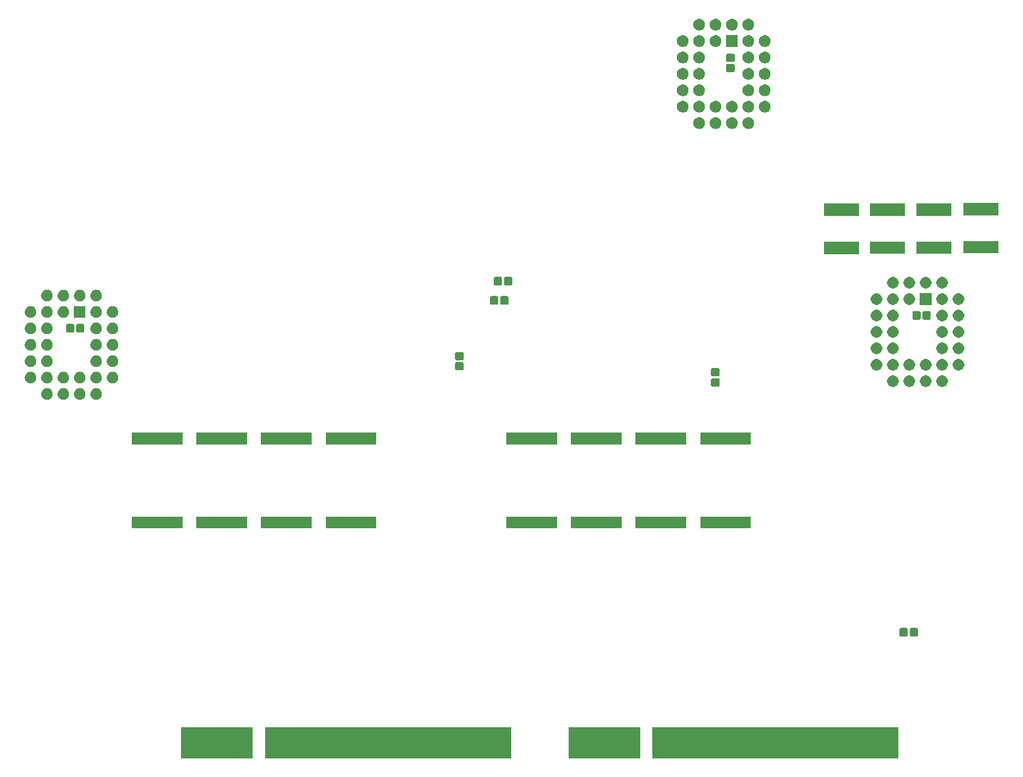
<source format=gbr>
G04 #@! TF.GenerationSoftware,KiCad,Pcbnew,(5.0.1)-4*
G04 #@! TF.CreationDate,2019-01-09T16:13:17-08:00*
G04 #@! TF.ProjectId,alu,616C752E6B696361645F706362000000,rev?*
G04 #@! TF.SameCoordinates,Original*
G04 #@! TF.FileFunction,Soldermask,Bot*
G04 #@! TF.FilePolarity,Negative*
%FSLAX46Y46*%
G04 Gerber Fmt 4.6, Leading zero omitted, Abs format (unit mm)*
G04 Created by KiCad (PCBNEW (5.0.1)-4) date 1/9/2019 4:13:17 PM*
%MOMM*%
%LPD*%
G01*
G04 APERTURE LIST*
%ADD10C,0.100000*%
G04 APERTURE END LIST*
D10*
G36*
X164050000Y-150000000D02*
X152950000Y-150000000D01*
X152950000Y-145200000D01*
X164050000Y-145200000D01*
X164050000Y-150000000D01*
X164050000Y-150000000D01*
G37*
G36*
X144050000Y-150000000D02*
X105950000Y-150000000D01*
X105950000Y-145200000D01*
X144050000Y-145200000D01*
X144050000Y-150000000D01*
X144050000Y-150000000D01*
G37*
G36*
X104050000Y-150000000D02*
X92950000Y-150000000D01*
X92950000Y-145200000D01*
X104050000Y-145200000D01*
X104050000Y-150000000D01*
X104050000Y-150000000D01*
G37*
G36*
X204050000Y-150000000D02*
X165950000Y-150000000D01*
X165950000Y-145200000D01*
X204050000Y-145200000D01*
X204050000Y-150000000D01*
X204050000Y-150000000D01*
G37*
G36*
X205293622Y-129830517D02*
X205341585Y-129845066D01*
X205385775Y-129868686D01*
X205424518Y-129900482D01*
X205456314Y-129939225D01*
X205479934Y-129983415D01*
X205494483Y-130031378D01*
X205500000Y-130087391D01*
X205500000Y-130912609D01*
X205494483Y-130968622D01*
X205479934Y-131016585D01*
X205456314Y-131060775D01*
X205424518Y-131099518D01*
X205385775Y-131131314D01*
X205341585Y-131154934D01*
X205293622Y-131169483D01*
X205237609Y-131175000D01*
X204487391Y-131175000D01*
X204431378Y-131169483D01*
X204383415Y-131154934D01*
X204339225Y-131131314D01*
X204300482Y-131099518D01*
X204268686Y-131060775D01*
X204245066Y-131016585D01*
X204230517Y-130968622D01*
X204225000Y-130912609D01*
X204225000Y-130087391D01*
X204230517Y-130031378D01*
X204245066Y-129983415D01*
X204268686Y-129939225D01*
X204300482Y-129900482D01*
X204339225Y-129868686D01*
X204383415Y-129845066D01*
X204431378Y-129830517D01*
X204487391Y-129825000D01*
X205237609Y-129825000D01*
X205293622Y-129830517D01*
X205293622Y-129830517D01*
G37*
G36*
X206868622Y-129830517D02*
X206916585Y-129845066D01*
X206960775Y-129868686D01*
X206999518Y-129900482D01*
X207031314Y-129939225D01*
X207054934Y-129983415D01*
X207069483Y-130031378D01*
X207075000Y-130087391D01*
X207075000Y-130912609D01*
X207069483Y-130968622D01*
X207054934Y-131016585D01*
X207031314Y-131060775D01*
X206999518Y-131099518D01*
X206960775Y-131131314D01*
X206916585Y-131154934D01*
X206868622Y-131169483D01*
X206812609Y-131175000D01*
X206062391Y-131175000D01*
X206006378Y-131169483D01*
X205958415Y-131154934D01*
X205914225Y-131131314D01*
X205875482Y-131099518D01*
X205843686Y-131060775D01*
X205820066Y-131016585D01*
X205805517Y-130968622D01*
X205800000Y-130912609D01*
X205800000Y-130087391D01*
X205805517Y-130031378D01*
X205820066Y-129983415D01*
X205843686Y-129939225D01*
X205875482Y-129900482D01*
X205914225Y-129868686D01*
X205958415Y-129845066D01*
X206006378Y-129830517D01*
X206062391Y-129825000D01*
X206812609Y-129825000D01*
X206868622Y-129830517D01*
X206868622Y-129830517D01*
G37*
G36*
X171200000Y-114400000D02*
X163350000Y-114400000D01*
X163350000Y-112600000D01*
X171200000Y-112600000D01*
X171200000Y-114400000D01*
X171200000Y-114400000D01*
G37*
G36*
X181200000Y-114400000D02*
X173350000Y-114400000D01*
X173350000Y-112600000D01*
X181200000Y-112600000D01*
X181200000Y-114400000D01*
X181200000Y-114400000D01*
G37*
G36*
X151200000Y-114400000D02*
X143350000Y-114400000D01*
X143350000Y-112600000D01*
X151200000Y-112600000D01*
X151200000Y-114400000D01*
X151200000Y-114400000D01*
G37*
G36*
X161200000Y-114400000D02*
X153350000Y-114400000D01*
X153350000Y-112600000D01*
X161200000Y-112600000D01*
X161200000Y-114400000D01*
X161200000Y-114400000D01*
G37*
G36*
X113200000Y-114400000D02*
X105350000Y-114400000D01*
X105350000Y-112600000D01*
X113200000Y-112600000D01*
X113200000Y-114400000D01*
X113200000Y-114400000D01*
G37*
G36*
X93200000Y-114400000D02*
X85350000Y-114400000D01*
X85350000Y-112600000D01*
X93200000Y-112600000D01*
X93200000Y-114400000D01*
X93200000Y-114400000D01*
G37*
G36*
X123200000Y-114400000D02*
X115350000Y-114400000D01*
X115350000Y-112600000D01*
X123200000Y-112600000D01*
X123200000Y-114400000D01*
X123200000Y-114400000D01*
G37*
G36*
X103200000Y-114400000D02*
X95350000Y-114400000D01*
X95350000Y-112600000D01*
X103200000Y-112600000D01*
X103200000Y-114400000D01*
X103200000Y-114400000D01*
G37*
G36*
X103200000Y-101400000D02*
X95350000Y-101400000D01*
X95350000Y-99600000D01*
X103200000Y-99600000D01*
X103200000Y-101400000D01*
X103200000Y-101400000D01*
G37*
G36*
X181200000Y-101400000D02*
X173350000Y-101400000D01*
X173350000Y-99600000D01*
X181200000Y-99600000D01*
X181200000Y-101400000D01*
X181200000Y-101400000D01*
G37*
G36*
X123200000Y-101400000D02*
X115350000Y-101400000D01*
X115350000Y-99600000D01*
X123200000Y-99600000D01*
X123200000Y-101400000D01*
X123200000Y-101400000D01*
G37*
G36*
X113200000Y-101400000D02*
X105350000Y-101400000D01*
X105350000Y-99600000D01*
X113200000Y-99600000D01*
X113200000Y-101400000D01*
X113200000Y-101400000D01*
G37*
G36*
X151200000Y-101400000D02*
X143350000Y-101400000D01*
X143350000Y-99600000D01*
X151200000Y-99600000D01*
X151200000Y-101400000D01*
X151200000Y-101400000D01*
G37*
G36*
X93200000Y-101400000D02*
X85350000Y-101400000D01*
X85350000Y-99600000D01*
X93200000Y-99600000D01*
X93200000Y-101400000D01*
X93200000Y-101400000D01*
G37*
G36*
X171200000Y-101400000D02*
X163350000Y-101400000D01*
X163350000Y-99600000D01*
X171200000Y-99600000D01*
X171200000Y-101400000D01*
X171200000Y-101400000D01*
G37*
G36*
X161200000Y-101400000D02*
X153350000Y-101400000D01*
X153350000Y-99600000D01*
X161200000Y-99600000D01*
X161200000Y-101400000D01*
X161200000Y-101400000D01*
G37*
G36*
X74992083Y-92756029D02*
X75155596Y-92823758D01*
X75302764Y-92922093D01*
X75427907Y-93047236D01*
X75526242Y-93194404D01*
X75593971Y-93357917D01*
X75628500Y-93531505D01*
X75628500Y-93708495D01*
X75593971Y-93882083D01*
X75526242Y-94045596D01*
X75427907Y-94192764D01*
X75302764Y-94317907D01*
X75155596Y-94416242D01*
X74992083Y-94483971D01*
X74818495Y-94518500D01*
X74641505Y-94518500D01*
X74467917Y-94483971D01*
X74304404Y-94416242D01*
X74157236Y-94317907D01*
X74032093Y-94192764D01*
X73933758Y-94045596D01*
X73866029Y-93882083D01*
X73831500Y-93708495D01*
X73831500Y-93531505D01*
X73866029Y-93357917D01*
X73933758Y-93194404D01*
X74032093Y-93047236D01*
X74157236Y-92922093D01*
X74304404Y-92823758D01*
X74467917Y-92756029D01*
X74641505Y-92721500D01*
X74818495Y-92721500D01*
X74992083Y-92756029D01*
X74992083Y-92756029D01*
G37*
G36*
X77532083Y-92756029D02*
X77695596Y-92823758D01*
X77842764Y-92922093D01*
X77967907Y-93047236D01*
X78066242Y-93194404D01*
X78133971Y-93357917D01*
X78168500Y-93531505D01*
X78168500Y-93708495D01*
X78133971Y-93882083D01*
X78066242Y-94045596D01*
X77967907Y-94192764D01*
X77842764Y-94317907D01*
X77695596Y-94416242D01*
X77532083Y-94483971D01*
X77358495Y-94518500D01*
X77181505Y-94518500D01*
X77007917Y-94483971D01*
X76844404Y-94416242D01*
X76697236Y-94317907D01*
X76572093Y-94192764D01*
X76473758Y-94045596D01*
X76406029Y-93882083D01*
X76371500Y-93708495D01*
X76371500Y-93531505D01*
X76406029Y-93357917D01*
X76473758Y-93194404D01*
X76572093Y-93047236D01*
X76697236Y-92922093D01*
X76844404Y-92823758D01*
X77007917Y-92756029D01*
X77181505Y-92721500D01*
X77358495Y-92721500D01*
X77532083Y-92756029D01*
X77532083Y-92756029D01*
G37*
G36*
X80072083Y-92756029D02*
X80235596Y-92823758D01*
X80382764Y-92922093D01*
X80507907Y-93047236D01*
X80606242Y-93194404D01*
X80673971Y-93357917D01*
X80708500Y-93531505D01*
X80708500Y-93708495D01*
X80673971Y-93882083D01*
X80606242Y-94045596D01*
X80507907Y-94192764D01*
X80382764Y-94317907D01*
X80235596Y-94416242D01*
X80072083Y-94483971D01*
X79898495Y-94518500D01*
X79721505Y-94518500D01*
X79547917Y-94483971D01*
X79384404Y-94416242D01*
X79237236Y-94317907D01*
X79112093Y-94192764D01*
X79013758Y-94045596D01*
X78946029Y-93882083D01*
X78911500Y-93708495D01*
X78911500Y-93531505D01*
X78946029Y-93357917D01*
X79013758Y-93194404D01*
X79112093Y-93047236D01*
X79237236Y-92922093D01*
X79384404Y-92823758D01*
X79547917Y-92756029D01*
X79721505Y-92721500D01*
X79898495Y-92721500D01*
X80072083Y-92756029D01*
X80072083Y-92756029D01*
G37*
G36*
X72452083Y-92756029D02*
X72615596Y-92823758D01*
X72762764Y-92922093D01*
X72887907Y-93047236D01*
X72986242Y-93194404D01*
X73053971Y-93357917D01*
X73088500Y-93531505D01*
X73088500Y-93708495D01*
X73053971Y-93882083D01*
X72986242Y-94045596D01*
X72887907Y-94192764D01*
X72762764Y-94317907D01*
X72615596Y-94416242D01*
X72452083Y-94483971D01*
X72278495Y-94518500D01*
X72101505Y-94518500D01*
X71927917Y-94483971D01*
X71764404Y-94416242D01*
X71617236Y-94317907D01*
X71492093Y-94192764D01*
X71393758Y-94045596D01*
X71326029Y-93882083D01*
X71291500Y-93708495D01*
X71291500Y-93531505D01*
X71326029Y-93357917D01*
X71393758Y-93194404D01*
X71492093Y-93047236D01*
X71617236Y-92922093D01*
X71764404Y-92823758D01*
X71927917Y-92756029D01*
X72101505Y-92721500D01*
X72278495Y-92721500D01*
X72452083Y-92756029D01*
X72452083Y-92756029D01*
G37*
G36*
X208532083Y-90756029D02*
X208695596Y-90823758D01*
X208842764Y-90922093D01*
X208967907Y-91047236D01*
X209066242Y-91194404D01*
X209133971Y-91357917D01*
X209168500Y-91531505D01*
X209168500Y-91708495D01*
X209133971Y-91882083D01*
X209066242Y-92045596D01*
X209066240Y-92045599D01*
X208971352Y-92187609D01*
X208967907Y-92192764D01*
X208842764Y-92317907D01*
X208842761Y-92317909D01*
X208842760Y-92317910D01*
X208758040Y-92374518D01*
X208695596Y-92416242D01*
X208532083Y-92483971D01*
X208358495Y-92518500D01*
X208181505Y-92518500D01*
X208007917Y-92483971D01*
X207844404Y-92416242D01*
X207781960Y-92374518D01*
X207697240Y-92317910D01*
X207697239Y-92317909D01*
X207697236Y-92317907D01*
X207572093Y-92192764D01*
X207568649Y-92187609D01*
X207473760Y-92045599D01*
X207473758Y-92045596D01*
X207406029Y-91882083D01*
X207371500Y-91708495D01*
X207371500Y-91531505D01*
X207406029Y-91357917D01*
X207473758Y-91194404D01*
X207572093Y-91047236D01*
X207697236Y-90922093D01*
X207844404Y-90823758D01*
X208007917Y-90756029D01*
X208181505Y-90721500D01*
X208358495Y-90721500D01*
X208532083Y-90756029D01*
X208532083Y-90756029D01*
G37*
G36*
X211072083Y-90756029D02*
X211235596Y-90823758D01*
X211382764Y-90922093D01*
X211507907Y-91047236D01*
X211606242Y-91194404D01*
X211673971Y-91357917D01*
X211708500Y-91531505D01*
X211708500Y-91708495D01*
X211673971Y-91882083D01*
X211606242Y-92045596D01*
X211606240Y-92045599D01*
X211511352Y-92187609D01*
X211507907Y-92192764D01*
X211382764Y-92317907D01*
X211382761Y-92317909D01*
X211382760Y-92317910D01*
X211298040Y-92374518D01*
X211235596Y-92416242D01*
X211072083Y-92483971D01*
X210898495Y-92518500D01*
X210721505Y-92518500D01*
X210547917Y-92483971D01*
X210384404Y-92416242D01*
X210321960Y-92374518D01*
X210237240Y-92317910D01*
X210237239Y-92317909D01*
X210237236Y-92317907D01*
X210112093Y-92192764D01*
X210108649Y-92187609D01*
X210013760Y-92045599D01*
X210013758Y-92045596D01*
X209946029Y-91882083D01*
X209911500Y-91708495D01*
X209911500Y-91531505D01*
X209946029Y-91357917D01*
X210013758Y-91194404D01*
X210112093Y-91047236D01*
X210237236Y-90922093D01*
X210384404Y-90823758D01*
X210547917Y-90756029D01*
X210721505Y-90721500D01*
X210898495Y-90721500D01*
X211072083Y-90756029D01*
X211072083Y-90756029D01*
G37*
G36*
X205992083Y-90756029D02*
X206155596Y-90823758D01*
X206302764Y-90922093D01*
X206427907Y-91047236D01*
X206526242Y-91194404D01*
X206593971Y-91357917D01*
X206628500Y-91531505D01*
X206628500Y-91708495D01*
X206593971Y-91882083D01*
X206526242Y-92045596D01*
X206526240Y-92045599D01*
X206431352Y-92187609D01*
X206427907Y-92192764D01*
X206302764Y-92317907D01*
X206302761Y-92317909D01*
X206302760Y-92317910D01*
X206218040Y-92374518D01*
X206155596Y-92416242D01*
X205992083Y-92483971D01*
X205818495Y-92518500D01*
X205641505Y-92518500D01*
X205467917Y-92483971D01*
X205304404Y-92416242D01*
X205241960Y-92374518D01*
X205157240Y-92317910D01*
X205157239Y-92317909D01*
X205157236Y-92317907D01*
X205032093Y-92192764D01*
X205028649Y-92187609D01*
X204933760Y-92045599D01*
X204933758Y-92045596D01*
X204866029Y-91882083D01*
X204831500Y-91708495D01*
X204831500Y-91531505D01*
X204866029Y-91357917D01*
X204933758Y-91194404D01*
X205032093Y-91047236D01*
X205157236Y-90922093D01*
X205304404Y-90823758D01*
X205467917Y-90756029D01*
X205641505Y-90721500D01*
X205818495Y-90721500D01*
X205992083Y-90756029D01*
X205992083Y-90756029D01*
G37*
G36*
X203452083Y-90756029D02*
X203615596Y-90823758D01*
X203762764Y-90922093D01*
X203887907Y-91047236D01*
X203986242Y-91194404D01*
X204053971Y-91357917D01*
X204088500Y-91531505D01*
X204088500Y-91708495D01*
X204053971Y-91882083D01*
X203986242Y-92045596D01*
X203986240Y-92045599D01*
X203891352Y-92187609D01*
X203887907Y-92192764D01*
X203762764Y-92317907D01*
X203762761Y-92317909D01*
X203762760Y-92317910D01*
X203678040Y-92374518D01*
X203615596Y-92416242D01*
X203452083Y-92483971D01*
X203278495Y-92518500D01*
X203101505Y-92518500D01*
X202927917Y-92483971D01*
X202764404Y-92416242D01*
X202701960Y-92374518D01*
X202617240Y-92317910D01*
X202617239Y-92317909D01*
X202617236Y-92317907D01*
X202492093Y-92192764D01*
X202488649Y-92187609D01*
X202393760Y-92045599D01*
X202393758Y-92045596D01*
X202326029Y-91882083D01*
X202291500Y-91708495D01*
X202291500Y-91531505D01*
X202326029Y-91357917D01*
X202393758Y-91194404D01*
X202492093Y-91047236D01*
X202617236Y-90922093D01*
X202764404Y-90823758D01*
X202927917Y-90756029D01*
X203101505Y-90721500D01*
X203278495Y-90721500D01*
X203452083Y-90756029D01*
X203452083Y-90756029D01*
G37*
G36*
X176168622Y-91180517D02*
X176216585Y-91195066D01*
X176260775Y-91218686D01*
X176299518Y-91250482D01*
X176331314Y-91289225D01*
X176354934Y-91333415D01*
X176369483Y-91381378D01*
X176375000Y-91437391D01*
X176375000Y-92187609D01*
X176369483Y-92243622D01*
X176354934Y-92291585D01*
X176331314Y-92335775D01*
X176299518Y-92374518D01*
X176260775Y-92406314D01*
X176216585Y-92429934D01*
X176168622Y-92444483D01*
X176112609Y-92450000D01*
X175287391Y-92450000D01*
X175231378Y-92444483D01*
X175183415Y-92429934D01*
X175139225Y-92406314D01*
X175100482Y-92374518D01*
X175068686Y-92335775D01*
X175045066Y-92291585D01*
X175030517Y-92243622D01*
X175025000Y-92187609D01*
X175025000Y-91437391D01*
X175030517Y-91381378D01*
X175045066Y-91333415D01*
X175068686Y-91289225D01*
X175100482Y-91250482D01*
X175139225Y-91218686D01*
X175183415Y-91195066D01*
X175231378Y-91180517D01*
X175287391Y-91175000D01*
X176112609Y-91175000D01*
X176168622Y-91180517D01*
X176168622Y-91180517D01*
G37*
G36*
X69912083Y-90216029D02*
X70075596Y-90283758D01*
X70222764Y-90382093D01*
X70347907Y-90507236D01*
X70446242Y-90654404D01*
X70513971Y-90817917D01*
X70548500Y-90991505D01*
X70548500Y-91168495D01*
X70513971Y-91342083D01*
X70446242Y-91505596D01*
X70347907Y-91652764D01*
X70222764Y-91777907D01*
X70075596Y-91876242D01*
X69912083Y-91943971D01*
X69738495Y-91978500D01*
X69561505Y-91978500D01*
X69387917Y-91943971D01*
X69224404Y-91876242D01*
X69077236Y-91777907D01*
X68952093Y-91652764D01*
X68853758Y-91505596D01*
X68786029Y-91342083D01*
X68751500Y-91168495D01*
X68751500Y-90991505D01*
X68786029Y-90817917D01*
X68853758Y-90654404D01*
X68952093Y-90507236D01*
X69077236Y-90382093D01*
X69224404Y-90283758D01*
X69387917Y-90216029D01*
X69561505Y-90181500D01*
X69738495Y-90181500D01*
X69912083Y-90216029D01*
X69912083Y-90216029D01*
G37*
G36*
X72452083Y-90216029D02*
X72615596Y-90283758D01*
X72762764Y-90382093D01*
X72887907Y-90507236D01*
X72986242Y-90654404D01*
X73053971Y-90817917D01*
X73088500Y-90991505D01*
X73088500Y-91168495D01*
X73053971Y-91342083D01*
X72986242Y-91505596D01*
X72887907Y-91652764D01*
X72762764Y-91777907D01*
X72615596Y-91876242D01*
X72452083Y-91943971D01*
X72278495Y-91978500D01*
X72101505Y-91978500D01*
X71927917Y-91943971D01*
X71764404Y-91876242D01*
X71617236Y-91777907D01*
X71492093Y-91652764D01*
X71393758Y-91505596D01*
X71326029Y-91342083D01*
X71291500Y-91168495D01*
X71291500Y-90991505D01*
X71326029Y-90817917D01*
X71393758Y-90654404D01*
X71492093Y-90507236D01*
X71617236Y-90382093D01*
X71764404Y-90283758D01*
X71927917Y-90216029D01*
X72101505Y-90181500D01*
X72278495Y-90181500D01*
X72452083Y-90216029D01*
X72452083Y-90216029D01*
G37*
G36*
X74992083Y-90216029D02*
X75155596Y-90283758D01*
X75302764Y-90382093D01*
X75427907Y-90507236D01*
X75526242Y-90654404D01*
X75593971Y-90817917D01*
X75628500Y-90991505D01*
X75628500Y-91168495D01*
X75593971Y-91342083D01*
X75526242Y-91505596D01*
X75427907Y-91652764D01*
X75302764Y-91777907D01*
X75155596Y-91876242D01*
X74992083Y-91943971D01*
X74818495Y-91978500D01*
X74641505Y-91978500D01*
X74467917Y-91943971D01*
X74304404Y-91876242D01*
X74157236Y-91777907D01*
X74032093Y-91652764D01*
X73933758Y-91505596D01*
X73866029Y-91342083D01*
X73831500Y-91168495D01*
X73831500Y-90991505D01*
X73866029Y-90817917D01*
X73933758Y-90654404D01*
X74032093Y-90507236D01*
X74157236Y-90382093D01*
X74304404Y-90283758D01*
X74467917Y-90216029D01*
X74641505Y-90181500D01*
X74818495Y-90181500D01*
X74992083Y-90216029D01*
X74992083Y-90216029D01*
G37*
G36*
X82612083Y-90216029D02*
X82775596Y-90283758D01*
X82922764Y-90382093D01*
X83047907Y-90507236D01*
X83146242Y-90654404D01*
X83213971Y-90817917D01*
X83248500Y-90991505D01*
X83248500Y-91168495D01*
X83213971Y-91342083D01*
X83146242Y-91505596D01*
X83047907Y-91652764D01*
X82922764Y-91777907D01*
X82775596Y-91876242D01*
X82612083Y-91943971D01*
X82438495Y-91978500D01*
X82261505Y-91978500D01*
X82087917Y-91943971D01*
X81924404Y-91876242D01*
X81777236Y-91777907D01*
X81652093Y-91652764D01*
X81553758Y-91505596D01*
X81486029Y-91342083D01*
X81451500Y-91168495D01*
X81451500Y-90991505D01*
X81486029Y-90817917D01*
X81553758Y-90654404D01*
X81652093Y-90507236D01*
X81777236Y-90382093D01*
X81924404Y-90283758D01*
X82087917Y-90216029D01*
X82261505Y-90181500D01*
X82438495Y-90181500D01*
X82612083Y-90216029D01*
X82612083Y-90216029D01*
G37*
G36*
X77532083Y-90216029D02*
X77695596Y-90283758D01*
X77842764Y-90382093D01*
X77967907Y-90507236D01*
X78066242Y-90654404D01*
X78133971Y-90817917D01*
X78168500Y-90991505D01*
X78168500Y-91168495D01*
X78133971Y-91342083D01*
X78066242Y-91505596D01*
X77967907Y-91652764D01*
X77842764Y-91777907D01*
X77695596Y-91876242D01*
X77532083Y-91943971D01*
X77358495Y-91978500D01*
X77181505Y-91978500D01*
X77007917Y-91943971D01*
X76844404Y-91876242D01*
X76697236Y-91777907D01*
X76572093Y-91652764D01*
X76473758Y-91505596D01*
X76406029Y-91342083D01*
X76371500Y-91168495D01*
X76371500Y-90991505D01*
X76406029Y-90817917D01*
X76473758Y-90654404D01*
X76572093Y-90507236D01*
X76697236Y-90382093D01*
X76844404Y-90283758D01*
X77007917Y-90216029D01*
X77181505Y-90181500D01*
X77358495Y-90181500D01*
X77532083Y-90216029D01*
X77532083Y-90216029D01*
G37*
G36*
X80072083Y-90216029D02*
X80235596Y-90283758D01*
X80382764Y-90382093D01*
X80507907Y-90507236D01*
X80606242Y-90654404D01*
X80673971Y-90817917D01*
X80708500Y-90991505D01*
X80708500Y-91168495D01*
X80673971Y-91342083D01*
X80606242Y-91505596D01*
X80507907Y-91652764D01*
X80382764Y-91777907D01*
X80235596Y-91876242D01*
X80072083Y-91943971D01*
X79898495Y-91978500D01*
X79721505Y-91978500D01*
X79547917Y-91943971D01*
X79384404Y-91876242D01*
X79237236Y-91777907D01*
X79112093Y-91652764D01*
X79013758Y-91505596D01*
X78946029Y-91342083D01*
X78911500Y-91168495D01*
X78911500Y-90991505D01*
X78946029Y-90817917D01*
X79013758Y-90654404D01*
X79112093Y-90507236D01*
X79237236Y-90382093D01*
X79384404Y-90283758D01*
X79547917Y-90216029D01*
X79721505Y-90181500D01*
X79898495Y-90181500D01*
X80072083Y-90216029D01*
X80072083Y-90216029D01*
G37*
G36*
X176168622Y-89605517D02*
X176216585Y-89620066D01*
X176260775Y-89643686D01*
X176299518Y-89675482D01*
X176331314Y-89714225D01*
X176354934Y-89758415D01*
X176369483Y-89806378D01*
X176375000Y-89862391D01*
X176375000Y-90612609D01*
X176369483Y-90668622D01*
X176354934Y-90716585D01*
X176331314Y-90760775D01*
X176299518Y-90799518D01*
X176260775Y-90831314D01*
X176216585Y-90854934D01*
X176168622Y-90869483D01*
X176112609Y-90875000D01*
X175287391Y-90875000D01*
X175231378Y-90869483D01*
X175183415Y-90854934D01*
X175139225Y-90831314D01*
X175100482Y-90799518D01*
X175068686Y-90760775D01*
X175045066Y-90716585D01*
X175030517Y-90668622D01*
X175025000Y-90612609D01*
X175025000Y-89862391D01*
X175030517Y-89806378D01*
X175045066Y-89758415D01*
X175068686Y-89714225D01*
X175100482Y-89675482D01*
X175139225Y-89643686D01*
X175183415Y-89620066D01*
X175231378Y-89605517D01*
X175287391Y-89600000D01*
X176112609Y-89600000D01*
X176168622Y-89605517D01*
X176168622Y-89605517D01*
G37*
G36*
X208532083Y-88216029D02*
X208695596Y-88283758D01*
X208842764Y-88382093D01*
X208967907Y-88507236D01*
X209066242Y-88654404D01*
X209133971Y-88817917D01*
X209168500Y-88991505D01*
X209168500Y-89168495D01*
X209133971Y-89342083D01*
X209066242Y-89505596D01*
X209066240Y-89505599D01*
X208982283Y-89631250D01*
X208967907Y-89652764D01*
X208842764Y-89777907D01*
X208842761Y-89777909D01*
X208842760Y-89777910D01*
X208797221Y-89808338D01*
X208695596Y-89876242D01*
X208532083Y-89943971D01*
X208358495Y-89978500D01*
X208181505Y-89978500D01*
X208007917Y-89943971D01*
X207844404Y-89876242D01*
X207742779Y-89808338D01*
X207697240Y-89777910D01*
X207697239Y-89777909D01*
X207697236Y-89777907D01*
X207572093Y-89652764D01*
X207557718Y-89631250D01*
X207473760Y-89505599D01*
X207473758Y-89505596D01*
X207406029Y-89342083D01*
X207371500Y-89168495D01*
X207371500Y-88991505D01*
X207406029Y-88817917D01*
X207473758Y-88654404D01*
X207572093Y-88507236D01*
X207697236Y-88382093D01*
X207844404Y-88283758D01*
X208007917Y-88216029D01*
X208181505Y-88181500D01*
X208358495Y-88181500D01*
X208532083Y-88216029D01*
X208532083Y-88216029D01*
G37*
G36*
X211072083Y-88216029D02*
X211235596Y-88283758D01*
X211382764Y-88382093D01*
X211507907Y-88507236D01*
X211606242Y-88654404D01*
X211673971Y-88817917D01*
X211708500Y-88991505D01*
X211708500Y-89168495D01*
X211673971Y-89342083D01*
X211606242Y-89505596D01*
X211606240Y-89505599D01*
X211522283Y-89631250D01*
X211507907Y-89652764D01*
X211382764Y-89777907D01*
X211382761Y-89777909D01*
X211382760Y-89777910D01*
X211337221Y-89808338D01*
X211235596Y-89876242D01*
X211072083Y-89943971D01*
X210898495Y-89978500D01*
X210721505Y-89978500D01*
X210547917Y-89943971D01*
X210384404Y-89876242D01*
X210282779Y-89808338D01*
X210237240Y-89777910D01*
X210237239Y-89777909D01*
X210237236Y-89777907D01*
X210112093Y-89652764D01*
X210097718Y-89631250D01*
X210013760Y-89505599D01*
X210013758Y-89505596D01*
X209946029Y-89342083D01*
X209911500Y-89168495D01*
X209911500Y-88991505D01*
X209946029Y-88817917D01*
X210013758Y-88654404D01*
X210112093Y-88507236D01*
X210237236Y-88382093D01*
X210384404Y-88283758D01*
X210547917Y-88216029D01*
X210721505Y-88181500D01*
X210898495Y-88181500D01*
X211072083Y-88216029D01*
X211072083Y-88216029D01*
G37*
G36*
X213612083Y-88216029D02*
X213775596Y-88283758D01*
X213922764Y-88382093D01*
X214047907Y-88507236D01*
X214146242Y-88654404D01*
X214213971Y-88817917D01*
X214248500Y-88991505D01*
X214248500Y-89168495D01*
X214213971Y-89342083D01*
X214146242Y-89505596D01*
X214146240Y-89505599D01*
X214062283Y-89631250D01*
X214047907Y-89652764D01*
X213922764Y-89777907D01*
X213922761Y-89777909D01*
X213922760Y-89777910D01*
X213877221Y-89808338D01*
X213775596Y-89876242D01*
X213612083Y-89943971D01*
X213438495Y-89978500D01*
X213261505Y-89978500D01*
X213087917Y-89943971D01*
X212924404Y-89876242D01*
X212822779Y-89808338D01*
X212777240Y-89777910D01*
X212777239Y-89777909D01*
X212777236Y-89777907D01*
X212652093Y-89652764D01*
X212637718Y-89631250D01*
X212553760Y-89505599D01*
X212553758Y-89505596D01*
X212486029Y-89342083D01*
X212451500Y-89168495D01*
X212451500Y-88991505D01*
X212486029Y-88817917D01*
X212553758Y-88654404D01*
X212652093Y-88507236D01*
X212777236Y-88382093D01*
X212924404Y-88283758D01*
X213087917Y-88216029D01*
X213261505Y-88181500D01*
X213438495Y-88181500D01*
X213612083Y-88216029D01*
X213612083Y-88216029D01*
G37*
G36*
X200912083Y-88216029D02*
X201075596Y-88283758D01*
X201222764Y-88382093D01*
X201347907Y-88507236D01*
X201446242Y-88654404D01*
X201513971Y-88817917D01*
X201548500Y-88991505D01*
X201548500Y-89168495D01*
X201513971Y-89342083D01*
X201446242Y-89505596D01*
X201446240Y-89505599D01*
X201362283Y-89631250D01*
X201347907Y-89652764D01*
X201222764Y-89777907D01*
X201222761Y-89777909D01*
X201222760Y-89777910D01*
X201177221Y-89808338D01*
X201075596Y-89876242D01*
X200912083Y-89943971D01*
X200738495Y-89978500D01*
X200561505Y-89978500D01*
X200387917Y-89943971D01*
X200224404Y-89876242D01*
X200122779Y-89808338D01*
X200077240Y-89777910D01*
X200077239Y-89777909D01*
X200077236Y-89777907D01*
X199952093Y-89652764D01*
X199937718Y-89631250D01*
X199853760Y-89505599D01*
X199853758Y-89505596D01*
X199786029Y-89342083D01*
X199751500Y-89168495D01*
X199751500Y-88991505D01*
X199786029Y-88817917D01*
X199853758Y-88654404D01*
X199952093Y-88507236D01*
X200077236Y-88382093D01*
X200224404Y-88283758D01*
X200387917Y-88216029D01*
X200561505Y-88181500D01*
X200738495Y-88181500D01*
X200912083Y-88216029D01*
X200912083Y-88216029D01*
G37*
G36*
X205992083Y-88216029D02*
X206155596Y-88283758D01*
X206302764Y-88382093D01*
X206427907Y-88507236D01*
X206526242Y-88654404D01*
X206593971Y-88817917D01*
X206628500Y-88991505D01*
X206628500Y-89168495D01*
X206593971Y-89342083D01*
X206526242Y-89505596D01*
X206526240Y-89505599D01*
X206442283Y-89631250D01*
X206427907Y-89652764D01*
X206302764Y-89777907D01*
X206302761Y-89777909D01*
X206302760Y-89777910D01*
X206257221Y-89808338D01*
X206155596Y-89876242D01*
X205992083Y-89943971D01*
X205818495Y-89978500D01*
X205641505Y-89978500D01*
X205467917Y-89943971D01*
X205304404Y-89876242D01*
X205202779Y-89808338D01*
X205157240Y-89777910D01*
X205157239Y-89777909D01*
X205157236Y-89777907D01*
X205032093Y-89652764D01*
X205017718Y-89631250D01*
X204933760Y-89505599D01*
X204933758Y-89505596D01*
X204866029Y-89342083D01*
X204831500Y-89168495D01*
X204831500Y-88991505D01*
X204866029Y-88817917D01*
X204933758Y-88654404D01*
X205032093Y-88507236D01*
X205157236Y-88382093D01*
X205304404Y-88283758D01*
X205467917Y-88216029D01*
X205641505Y-88181500D01*
X205818495Y-88181500D01*
X205992083Y-88216029D01*
X205992083Y-88216029D01*
G37*
G36*
X203452083Y-88216029D02*
X203615596Y-88283758D01*
X203762764Y-88382093D01*
X203887907Y-88507236D01*
X203986242Y-88654404D01*
X204053971Y-88817917D01*
X204088500Y-88991505D01*
X204088500Y-89168495D01*
X204053971Y-89342083D01*
X203986242Y-89505596D01*
X203986240Y-89505599D01*
X203902283Y-89631250D01*
X203887907Y-89652764D01*
X203762764Y-89777907D01*
X203762761Y-89777909D01*
X203762760Y-89777910D01*
X203717221Y-89808338D01*
X203615596Y-89876242D01*
X203452083Y-89943971D01*
X203278495Y-89978500D01*
X203101505Y-89978500D01*
X202927917Y-89943971D01*
X202764404Y-89876242D01*
X202662779Y-89808338D01*
X202617240Y-89777910D01*
X202617239Y-89777909D01*
X202617236Y-89777907D01*
X202492093Y-89652764D01*
X202477718Y-89631250D01*
X202393760Y-89505599D01*
X202393758Y-89505596D01*
X202326029Y-89342083D01*
X202291500Y-89168495D01*
X202291500Y-88991505D01*
X202326029Y-88817917D01*
X202393758Y-88654404D01*
X202492093Y-88507236D01*
X202617236Y-88382093D01*
X202764404Y-88283758D01*
X202927917Y-88216029D01*
X203101505Y-88181500D01*
X203278495Y-88181500D01*
X203452083Y-88216029D01*
X203452083Y-88216029D01*
G37*
G36*
X136543622Y-88680517D02*
X136591585Y-88695066D01*
X136635775Y-88718686D01*
X136674518Y-88750482D01*
X136706314Y-88789225D01*
X136729934Y-88833415D01*
X136744483Y-88881378D01*
X136750000Y-88937391D01*
X136750000Y-89687609D01*
X136744483Y-89743622D01*
X136729934Y-89791585D01*
X136706314Y-89835775D01*
X136674518Y-89874518D01*
X136635775Y-89906314D01*
X136591585Y-89929934D01*
X136543622Y-89944483D01*
X136487609Y-89950000D01*
X135662391Y-89950000D01*
X135606378Y-89944483D01*
X135558415Y-89929934D01*
X135514225Y-89906314D01*
X135475482Y-89874518D01*
X135443686Y-89835775D01*
X135420066Y-89791585D01*
X135405517Y-89743622D01*
X135400000Y-89687609D01*
X135400000Y-88937391D01*
X135405517Y-88881378D01*
X135420066Y-88833415D01*
X135443686Y-88789225D01*
X135475482Y-88750482D01*
X135514225Y-88718686D01*
X135558415Y-88695066D01*
X135606378Y-88680517D01*
X135662391Y-88675000D01*
X136487609Y-88675000D01*
X136543622Y-88680517D01*
X136543622Y-88680517D01*
G37*
G36*
X72452083Y-87676029D02*
X72615596Y-87743758D01*
X72762764Y-87842093D01*
X72887907Y-87967236D01*
X72986242Y-88114404D01*
X73053971Y-88277917D01*
X73088500Y-88451505D01*
X73088500Y-88628495D01*
X73053971Y-88802083D01*
X72986242Y-88965596D01*
X72887907Y-89112764D01*
X72762764Y-89237907D01*
X72615596Y-89336242D01*
X72452083Y-89403971D01*
X72278495Y-89438500D01*
X72101505Y-89438500D01*
X71927917Y-89403971D01*
X71764404Y-89336242D01*
X71617236Y-89237907D01*
X71492093Y-89112764D01*
X71393758Y-88965596D01*
X71326029Y-88802083D01*
X71291500Y-88628495D01*
X71291500Y-88451505D01*
X71326029Y-88277917D01*
X71393758Y-88114404D01*
X71492093Y-87967236D01*
X71617236Y-87842093D01*
X71764404Y-87743758D01*
X71927917Y-87676029D01*
X72101505Y-87641500D01*
X72278495Y-87641500D01*
X72452083Y-87676029D01*
X72452083Y-87676029D01*
G37*
G36*
X80072083Y-87676029D02*
X80235596Y-87743758D01*
X80382764Y-87842093D01*
X80507907Y-87967236D01*
X80606242Y-88114404D01*
X80673971Y-88277917D01*
X80708500Y-88451505D01*
X80708500Y-88628495D01*
X80673971Y-88802083D01*
X80606242Y-88965596D01*
X80507907Y-89112764D01*
X80382764Y-89237907D01*
X80235596Y-89336242D01*
X80072083Y-89403971D01*
X79898495Y-89438500D01*
X79721505Y-89438500D01*
X79547917Y-89403971D01*
X79384404Y-89336242D01*
X79237236Y-89237907D01*
X79112093Y-89112764D01*
X79013758Y-88965596D01*
X78946029Y-88802083D01*
X78911500Y-88628495D01*
X78911500Y-88451505D01*
X78946029Y-88277917D01*
X79013758Y-88114404D01*
X79112093Y-87967236D01*
X79237236Y-87842093D01*
X79384404Y-87743758D01*
X79547917Y-87676029D01*
X79721505Y-87641500D01*
X79898495Y-87641500D01*
X80072083Y-87676029D01*
X80072083Y-87676029D01*
G37*
G36*
X82612083Y-87676029D02*
X82775596Y-87743758D01*
X82922764Y-87842093D01*
X83047907Y-87967236D01*
X83146242Y-88114404D01*
X83213971Y-88277917D01*
X83248500Y-88451505D01*
X83248500Y-88628495D01*
X83213971Y-88802083D01*
X83146242Y-88965596D01*
X83047907Y-89112764D01*
X82922764Y-89237907D01*
X82775596Y-89336242D01*
X82612083Y-89403971D01*
X82438495Y-89438500D01*
X82261505Y-89438500D01*
X82087917Y-89403971D01*
X81924404Y-89336242D01*
X81777236Y-89237907D01*
X81652093Y-89112764D01*
X81553758Y-88965596D01*
X81486029Y-88802083D01*
X81451500Y-88628495D01*
X81451500Y-88451505D01*
X81486029Y-88277917D01*
X81553758Y-88114404D01*
X81652093Y-87967236D01*
X81777236Y-87842093D01*
X81924404Y-87743758D01*
X82087917Y-87676029D01*
X82261505Y-87641500D01*
X82438495Y-87641500D01*
X82612083Y-87676029D01*
X82612083Y-87676029D01*
G37*
G36*
X69912083Y-87676029D02*
X70075596Y-87743758D01*
X70222764Y-87842093D01*
X70347907Y-87967236D01*
X70446242Y-88114404D01*
X70513971Y-88277917D01*
X70548500Y-88451505D01*
X70548500Y-88628495D01*
X70513971Y-88802083D01*
X70446242Y-88965596D01*
X70347907Y-89112764D01*
X70222764Y-89237907D01*
X70075596Y-89336242D01*
X69912083Y-89403971D01*
X69738495Y-89438500D01*
X69561505Y-89438500D01*
X69387917Y-89403971D01*
X69224404Y-89336242D01*
X69077236Y-89237907D01*
X68952093Y-89112764D01*
X68853758Y-88965596D01*
X68786029Y-88802083D01*
X68751500Y-88628495D01*
X68751500Y-88451505D01*
X68786029Y-88277917D01*
X68853758Y-88114404D01*
X68952093Y-87967236D01*
X69077236Y-87842093D01*
X69224404Y-87743758D01*
X69387917Y-87676029D01*
X69561505Y-87641500D01*
X69738495Y-87641500D01*
X69912083Y-87676029D01*
X69912083Y-87676029D01*
G37*
G36*
X136543622Y-87105517D02*
X136591585Y-87120066D01*
X136635775Y-87143686D01*
X136674518Y-87175482D01*
X136706314Y-87214225D01*
X136729934Y-87258415D01*
X136744483Y-87306378D01*
X136750000Y-87362391D01*
X136750000Y-88112609D01*
X136744483Y-88168622D01*
X136729934Y-88216585D01*
X136706314Y-88260775D01*
X136674518Y-88299518D01*
X136635775Y-88331314D01*
X136591585Y-88354934D01*
X136543622Y-88369483D01*
X136487609Y-88375000D01*
X135662391Y-88375000D01*
X135606378Y-88369483D01*
X135558415Y-88354934D01*
X135514225Y-88331314D01*
X135475482Y-88299518D01*
X135443686Y-88260775D01*
X135420066Y-88216585D01*
X135405517Y-88168622D01*
X135400000Y-88112609D01*
X135400000Y-87362391D01*
X135405517Y-87306378D01*
X135420066Y-87258415D01*
X135443686Y-87214225D01*
X135475482Y-87175482D01*
X135514225Y-87143686D01*
X135558415Y-87120066D01*
X135606378Y-87105517D01*
X135662391Y-87100000D01*
X136487609Y-87100000D01*
X136543622Y-87105517D01*
X136543622Y-87105517D01*
G37*
G36*
X200912083Y-85676029D02*
X201075596Y-85743758D01*
X201222764Y-85842093D01*
X201347907Y-85967236D01*
X201446242Y-86114404D01*
X201513971Y-86277917D01*
X201548500Y-86451505D01*
X201548500Y-86628495D01*
X201513971Y-86802083D01*
X201446242Y-86965596D01*
X201446240Y-86965599D01*
X201352750Y-87105517D01*
X201347907Y-87112764D01*
X201222764Y-87237907D01*
X201222761Y-87237909D01*
X201222760Y-87237910D01*
X201075599Y-87336240D01*
X201075596Y-87336242D01*
X200912083Y-87403971D01*
X200738495Y-87438500D01*
X200561505Y-87438500D01*
X200387917Y-87403971D01*
X200224404Y-87336242D01*
X200224401Y-87336240D01*
X200077240Y-87237910D01*
X200077239Y-87237909D01*
X200077236Y-87237907D01*
X199952093Y-87112764D01*
X199947251Y-87105517D01*
X199853760Y-86965599D01*
X199853758Y-86965596D01*
X199786029Y-86802083D01*
X199751500Y-86628495D01*
X199751500Y-86451505D01*
X199786029Y-86277917D01*
X199853758Y-86114404D01*
X199952093Y-85967236D01*
X200077236Y-85842093D01*
X200224404Y-85743758D01*
X200387917Y-85676029D01*
X200561505Y-85641500D01*
X200738495Y-85641500D01*
X200912083Y-85676029D01*
X200912083Y-85676029D01*
G37*
G36*
X203452083Y-85676029D02*
X203615596Y-85743758D01*
X203762764Y-85842093D01*
X203887907Y-85967236D01*
X203986242Y-86114404D01*
X204053971Y-86277917D01*
X204088500Y-86451505D01*
X204088500Y-86628495D01*
X204053971Y-86802083D01*
X203986242Y-86965596D01*
X203986240Y-86965599D01*
X203892750Y-87105517D01*
X203887907Y-87112764D01*
X203762764Y-87237907D01*
X203762761Y-87237909D01*
X203762760Y-87237910D01*
X203615599Y-87336240D01*
X203615596Y-87336242D01*
X203452083Y-87403971D01*
X203278495Y-87438500D01*
X203101505Y-87438500D01*
X202927917Y-87403971D01*
X202764404Y-87336242D01*
X202764401Y-87336240D01*
X202617240Y-87237910D01*
X202617239Y-87237909D01*
X202617236Y-87237907D01*
X202492093Y-87112764D01*
X202487251Y-87105517D01*
X202393760Y-86965599D01*
X202393758Y-86965596D01*
X202326029Y-86802083D01*
X202291500Y-86628495D01*
X202291500Y-86451505D01*
X202326029Y-86277917D01*
X202393758Y-86114404D01*
X202492093Y-85967236D01*
X202617236Y-85842093D01*
X202764404Y-85743758D01*
X202927917Y-85676029D01*
X203101505Y-85641500D01*
X203278495Y-85641500D01*
X203452083Y-85676029D01*
X203452083Y-85676029D01*
G37*
G36*
X213612083Y-85676029D02*
X213775596Y-85743758D01*
X213922764Y-85842093D01*
X214047907Y-85967236D01*
X214146242Y-86114404D01*
X214213971Y-86277917D01*
X214248500Y-86451505D01*
X214248500Y-86628495D01*
X214213971Y-86802083D01*
X214146242Y-86965596D01*
X214146240Y-86965599D01*
X214052750Y-87105517D01*
X214047907Y-87112764D01*
X213922764Y-87237907D01*
X213922761Y-87237909D01*
X213922760Y-87237910D01*
X213775599Y-87336240D01*
X213775596Y-87336242D01*
X213612083Y-87403971D01*
X213438495Y-87438500D01*
X213261505Y-87438500D01*
X213087917Y-87403971D01*
X212924404Y-87336242D01*
X212924401Y-87336240D01*
X212777240Y-87237910D01*
X212777239Y-87237909D01*
X212777236Y-87237907D01*
X212652093Y-87112764D01*
X212647251Y-87105517D01*
X212553760Y-86965599D01*
X212553758Y-86965596D01*
X212486029Y-86802083D01*
X212451500Y-86628495D01*
X212451500Y-86451505D01*
X212486029Y-86277917D01*
X212553758Y-86114404D01*
X212652093Y-85967236D01*
X212777236Y-85842093D01*
X212924404Y-85743758D01*
X213087917Y-85676029D01*
X213261505Y-85641500D01*
X213438495Y-85641500D01*
X213612083Y-85676029D01*
X213612083Y-85676029D01*
G37*
G36*
X211072083Y-85676029D02*
X211235596Y-85743758D01*
X211382764Y-85842093D01*
X211507907Y-85967236D01*
X211606242Y-86114404D01*
X211673971Y-86277917D01*
X211708500Y-86451505D01*
X211708500Y-86628495D01*
X211673971Y-86802083D01*
X211606242Y-86965596D01*
X211606240Y-86965599D01*
X211512750Y-87105517D01*
X211507907Y-87112764D01*
X211382764Y-87237907D01*
X211382761Y-87237909D01*
X211382760Y-87237910D01*
X211235599Y-87336240D01*
X211235596Y-87336242D01*
X211072083Y-87403971D01*
X210898495Y-87438500D01*
X210721505Y-87438500D01*
X210547917Y-87403971D01*
X210384404Y-87336242D01*
X210384401Y-87336240D01*
X210237240Y-87237910D01*
X210237239Y-87237909D01*
X210237236Y-87237907D01*
X210112093Y-87112764D01*
X210107251Y-87105517D01*
X210013760Y-86965599D01*
X210013758Y-86965596D01*
X209946029Y-86802083D01*
X209911500Y-86628495D01*
X209911500Y-86451505D01*
X209946029Y-86277917D01*
X210013758Y-86114404D01*
X210112093Y-85967236D01*
X210237236Y-85842093D01*
X210384404Y-85743758D01*
X210547917Y-85676029D01*
X210721505Y-85641500D01*
X210898495Y-85641500D01*
X211072083Y-85676029D01*
X211072083Y-85676029D01*
G37*
G36*
X80072083Y-85136029D02*
X80235596Y-85203758D01*
X80382764Y-85302093D01*
X80507907Y-85427236D01*
X80606242Y-85574404D01*
X80673971Y-85737917D01*
X80708500Y-85911505D01*
X80708500Y-86088495D01*
X80673971Y-86262083D01*
X80606242Y-86425596D01*
X80507907Y-86572764D01*
X80382764Y-86697907D01*
X80235596Y-86796242D01*
X80072083Y-86863971D01*
X79898495Y-86898500D01*
X79721505Y-86898500D01*
X79547917Y-86863971D01*
X79384404Y-86796242D01*
X79237236Y-86697907D01*
X79112093Y-86572764D01*
X79013758Y-86425596D01*
X78946029Y-86262083D01*
X78911500Y-86088495D01*
X78911500Y-85911505D01*
X78946029Y-85737917D01*
X79013758Y-85574404D01*
X79112093Y-85427236D01*
X79237236Y-85302093D01*
X79384404Y-85203758D01*
X79547917Y-85136029D01*
X79721505Y-85101500D01*
X79898495Y-85101500D01*
X80072083Y-85136029D01*
X80072083Y-85136029D01*
G37*
G36*
X69912083Y-85136029D02*
X70075596Y-85203758D01*
X70222764Y-85302093D01*
X70347907Y-85427236D01*
X70446242Y-85574404D01*
X70513971Y-85737917D01*
X70548500Y-85911505D01*
X70548500Y-86088495D01*
X70513971Y-86262083D01*
X70446242Y-86425596D01*
X70347907Y-86572764D01*
X70222764Y-86697907D01*
X70075596Y-86796242D01*
X69912083Y-86863971D01*
X69738495Y-86898500D01*
X69561505Y-86898500D01*
X69387917Y-86863971D01*
X69224404Y-86796242D01*
X69077236Y-86697907D01*
X68952093Y-86572764D01*
X68853758Y-86425596D01*
X68786029Y-86262083D01*
X68751500Y-86088495D01*
X68751500Y-85911505D01*
X68786029Y-85737917D01*
X68853758Y-85574404D01*
X68952093Y-85427236D01*
X69077236Y-85302093D01*
X69224404Y-85203758D01*
X69387917Y-85136029D01*
X69561505Y-85101500D01*
X69738495Y-85101500D01*
X69912083Y-85136029D01*
X69912083Y-85136029D01*
G37*
G36*
X72452083Y-85136029D02*
X72615596Y-85203758D01*
X72762764Y-85302093D01*
X72887907Y-85427236D01*
X72986242Y-85574404D01*
X73053971Y-85737917D01*
X73088500Y-85911505D01*
X73088500Y-86088495D01*
X73053971Y-86262083D01*
X72986242Y-86425596D01*
X72887907Y-86572764D01*
X72762764Y-86697907D01*
X72615596Y-86796242D01*
X72452083Y-86863971D01*
X72278495Y-86898500D01*
X72101505Y-86898500D01*
X71927917Y-86863971D01*
X71764404Y-86796242D01*
X71617236Y-86697907D01*
X71492093Y-86572764D01*
X71393758Y-86425596D01*
X71326029Y-86262083D01*
X71291500Y-86088495D01*
X71291500Y-85911505D01*
X71326029Y-85737917D01*
X71393758Y-85574404D01*
X71492093Y-85427236D01*
X71617236Y-85302093D01*
X71764404Y-85203758D01*
X71927917Y-85136029D01*
X72101505Y-85101500D01*
X72278495Y-85101500D01*
X72452083Y-85136029D01*
X72452083Y-85136029D01*
G37*
G36*
X82612083Y-85136029D02*
X82775596Y-85203758D01*
X82922764Y-85302093D01*
X83047907Y-85427236D01*
X83146242Y-85574404D01*
X83213971Y-85737917D01*
X83248500Y-85911505D01*
X83248500Y-86088495D01*
X83213971Y-86262083D01*
X83146242Y-86425596D01*
X83047907Y-86572764D01*
X82922764Y-86697907D01*
X82775596Y-86796242D01*
X82612083Y-86863971D01*
X82438495Y-86898500D01*
X82261505Y-86898500D01*
X82087917Y-86863971D01*
X81924404Y-86796242D01*
X81777236Y-86697907D01*
X81652093Y-86572764D01*
X81553758Y-86425596D01*
X81486029Y-86262083D01*
X81451500Y-86088495D01*
X81451500Y-85911505D01*
X81486029Y-85737917D01*
X81553758Y-85574404D01*
X81652093Y-85427236D01*
X81777236Y-85302093D01*
X81924404Y-85203758D01*
X82087917Y-85136029D01*
X82261505Y-85101500D01*
X82438495Y-85101500D01*
X82612083Y-85136029D01*
X82612083Y-85136029D01*
G37*
G36*
X213612083Y-83136029D02*
X213775596Y-83203758D01*
X213922764Y-83302093D01*
X214047907Y-83427236D01*
X214146242Y-83574404D01*
X214213971Y-83737917D01*
X214248500Y-83911505D01*
X214248500Y-84088495D01*
X214213971Y-84262083D01*
X214146242Y-84425596D01*
X214047907Y-84572764D01*
X213922764Y-84697907D01*
X213775596Y-84796242D01*
X213612083Y-84863971D01*
X213438495Y-84898500D01*
X213261505Y-84898500D01*
X213087917Y-84863971D01*
X212924404Y-84796242D01*
X212777236Y-84697907D01*
X212652093Y-84572764D01*
X212553758Y-84425596D01*
X212486029Y-84262083D01*
X212451500Y-84088495D01*
X212451500Y-83911505D01*
X212486029Y-83737917D01*
X212553758Y-83574404D01*
X212652093Y-83427236D01*
X212777236Y-83302093D01*
X212924404Y-83203758D01*
X213087917Y-83136029D01*
X213261505Y-83101500D01*
X213438495Y-83101500D01*
X213612083Y-83136029D01*
X213612083Y-83136029D01*
G37*
G36*
X211072083Y-83136029D02*
X211235596Y-83203758D01*
X211382764Y-83302093D01*
X211507907Y-83427236D01*
X211606242Y-83574404D01*
X211673971Y-83737917D01*
X211708500Y-83911505D01*
X211708500Y-84088495D01*
X211673971Y-84262083D01*
X211606242Y-84425596D01*
X211507907Y-84572764D01*
X211382764Y-84697907D01*
X211235596Y-84796242D01*
X211072083Y-84863971D01*
X210898495Y-84898500D01*
X210721505Y-84898500D01*
X210547917Y-84863971D01*
X210384404Y-84796242D01*
X210237236Y-84697907D01*
X210112093Y-84572764D01*
X210013758Y-84425596D01*
X209946029Y-84262083D01*
X209911500Y-84088495D01*
X209911500Y-83911505D01*
X209946029Y-83737917D01*
X210013758Y-83574404D01*
X210112093Y-83427236D01*
X210237236Y-83302093D01*
X210384404Y-83203758D01*
X210547917Y-83136029D01*
X210721505Y-83101500D01*
X210898495Y-83101500D01*
X211072083Y-83136029D01*
X211072083Y-83136029D01*
G37*
G36*
X203452083Y-83136029D02*
X203615596Y-83203758D01*
X203762764Y-83302093D01*
X203887907Y-83427236D01*
X203986242Y-83574404D01*
X204053971Y-83737917D01*
X204088500Y-83911505D01*
X204088500Y-84088495D01*
X204053971Y-84262083D01*
X203986242Y-84425596D01*
X203887907Y-84572764D01*
X203762764Y-84697907D01*
X203615596Y-84796242D01*
X203452083Y-84863971D01*
X203278495Y-84898500D01*
X203101505Y-84898500D01*
X202927917Y-84863971D01*
X202764404Y-84796242D01*
X202617236Y-84697907D01*
X202492093Y-84572764D01*
X202393758Y-84425596D01*
X202326029Y-84262083D01*
X202291500Y-84088495D01*
X202291500Y-83911505D01*
X202326029Y-83737917D01*
X202393758Y-83574404D01*
X202492093Y-83427236D01*
X202617236Y-83302093D01*
X202764404Y-83203758D01*
X202927917Y-83136029D01*
X203101505Y-83101500D01*
X203278495Y-83101500D01*
X203452083Y-83136029D01*
X203452083Y-83136029D01*
G37*
G36*
X200912083Y-83136029D02*
X201075596Y-83203758D01*
X201222764Y-83302093D01*
X201347907Y-83427236D01*
X201446242Y-83574404D01*
X201513971Y-83737917D01*
X201548500Y-83911505D01*
X201548500Y-84088495D01*
X201513971Y-84262083D01*
X201446242Y-84425596D01*
X201347907Y-84572764D01*
X201222764Y-84697907D01*
X201075596Y-84796242D01*
X200912083Y-84863971D01*
X200738495Y-84898500D01*
X200561505Y-84898500D01*
X200387917Y-84863971D01*
X200224404Y-84796242D01*
X200077236Y-84697907D01*
X199952093Y-84572764D01*
X199853758Y-84425596D01*
X199786029Y-84262083D01*
X199751500Y-84088495D01*
X199751500Y-83911505D01*
X199786029Y-83737917D01*
X199853758Y-83574404D01*
X199952093Y-83427236D01*
X200077236Y-83302093D01*
X200224404Y-83203758D01*
X200387917Y-83136029D01*
X200561505Y-83101500D01*
X200738495Y-83101500D01*
X200912083Y-83136029D01*
X200912083Y-83136029D01*
G37*
G36*
X80072083Y-82596029D02*
X80235596Y-82663758D01*
X80235599Y-82663760D01*
X80373833Y-82756125D01*
X80382764Y-82762093D01*
X80507907Y-82887236D01*
X80507909Y-82887239D01*
X80507910Y-82887240D01*
X80591533Y-83012391D01*
X80606242Y-83034404D01*
X80673971Y-83197917D01*
X80708500Y-83371505D01*
X80708500Y-83548495D01*
X80673971Y-83722083D01*
X80606242Y-83885596D01*
X80507907Y-84032764D01*
X80382764Y-84157907D01*
X80235596Y-84256242D01*
X80072083Y-84323971D01*
X79898495Y-84358500D01*
X79721505Y-84358500D01*
X79547917Y-84323971D01*
X79384404Y-84256242D01*
X79237236Y-84157907D01*
X79112093Y-84032764D01*
X79013758Y-83885596D01*
X78946029Y-83722083D01*
X78911500Y-83548495D01*
X78911500Y-83371505D01*
X78946029Y-83197917D01*
X79013758Y-83034404D01*
X79028467Y-83012391D01*
X79112090Y-82887240D01*
X79112091Y-82887239D01*
X79112093Y-82887236D01*
X79237236Y-82762093D01*
X79246168Y-82756125D01*
X79384401Y-82663760D01*
X79384404Y-82663758D01*
X79547917Y-82596029D01*
X79721505Y-82561500D01*
X79898495Y-82561500D01*
X80072083Y-82596029D01*
X80072083Y-82596029D01*
G37*
G36*
X69912083Y-82596029D02*
X70075596Y-82663758D01*
X70075599Y-82663760D01*
X70213833Y-82756125D01*
X70222764Y-82762093D01*
X70347907Y-82887236D01*
X70347909Y-82887239D01*
X70347910Y-82887240D01*
X70431533Y-83012391D01*
X70446242Y-83034404D01*
X70513971Y-83197917D01*
X70548500Y-83371505D01*
X70548500Y-83548495D01*
X70513971Y-83722083D01*
X70446242Y-83885596D01*
X70347907Y-84032764D01*
X70222764Y-84157907D01*
X70075596Y-84256242D01*
X69912083Y-84323971D01*
X69738495Y-84358500D01*
X69561505Y-84358500D01*
X69387917Y-84323971D01*
X69224404Y-84256242D01*
X69077236Y-84157907D01*
X68952093Y-84032764D01*
X68853758Y-83885596D01*
X68786029Y-83722083D01*
X68751500Y-83548495D01*
X68751500Y-83371505D01*
X68786029Y-83197917D01*
X68853758Y-83034404D01*
X68868467Y-83012391D01*
X68952090Y-82887240D01*
X68952091Y-82887239D01*
X68952093Y-82887236D01*
X69077236Y-82762093D01*
X69086168Y-82756125D01*
X69224401Y-82663760D01*
X69224404Y-82663758D01*
X69387917Y-82596029D01*
X69561505Y-82561500D01*
X69738495Y-82561500D01*
X69912083Y-82596029D01*
X69912083Y-82596029D01*
G37*
G36*
X72452083Y-82596029D02*
X72615596Y-82663758D01*
X72615599Y-82663760D01*
X72753833Y-82756125D01*
X72762764Y-82762093D01*
X72887907Y-82887236D01*
X72887909Y-82887239D01*
X72887910Y-82887240D01*
X72971533Y-83012391D01*
X72986242Y-83034404D01*
X73053971Y-83197917D01*
X73088500Y-83371505D01*
X73088500Y-83548495D01*
X73053971Y-83722083D01*
X72986242Y-83885596D01*
X72887907Y-84032764D01*
X72762764Y-84157907D01*
X72615596Y-84256242D01*
X72452083Y-84323971D01*
X72278495Y-84358500D01*
X72101505Y-84358500D01*
X71927917Y-84323971D01*
X71764404Y-84256242D01*
X71617236Y-84157907D01*
X71492093Y-84032764D01*
X71393758Y-83885596D01*
X71326029Y-83722083D01*
X71291500Y-83548495D01*
X71291500Y-83371505D01*
X71326029Y-83197917D01*
X71393758Y-83034404D01*
X71408467Y-83012391D01*
X71492090Y-82887240D01*
X71492091Y-82887239D01*
X71492093Y-82887236D01*
X71617236Y-82762093D01*
X71626168Y-82756125D01*
X71764401Y-82663760D01*
X71764404Y-82663758D01*
X71927917Y-82596029D01*
X72101505Y-82561500D01*
X72278495Y-82561500D01*
X72452083Y-82596029D01*
X72452083Y-82596029D01*
G37*
G36*
X82612083Y-82596029D02*
X82775596Y-82663758D01*
X82775599Y-82663760D01*
X82913833Y-82756125D01*
X82922764Y-82762093D01*
X83047907Y-82887236D01*
X83047909Y-82887239D01*
X83047910Y-82887240D01*
X83131533Y-83012391D01*
X83146242Y-83034404D01*
X83213971Y-83197917D01*
X83248500Y-83371505D01*
X83248500Y-83548495D01*
X83213971Y-83722083D01*
X83146242Y-83885596D01*
X83047907Y-84032764D01*
X82922764Y-84157907D01*
X82775596Y-84256242D01*
X82612083Y-84323971D01*
X82438495Y-84358500D01*
X82261505Y-84358500D01*
X82087917Y-84323971D01*
X81924404Y-84256242D01*
X81777236Y-84157907D01*
X81652093Y-84032764D01*
X81553758Y-83885596D01*
X81486029Y-83722083D01*
X81451500Y-83548495D01*
X81451500Y-83371505D01*
X81486029Y-83197917D01*
X81553758Y-83034404D01*
X81568467Y-83012391D01*
X81652090Y-82887240D01*
X81652091Y-82887239D01*
X81652093Y-82887236D01*
X81777236Y-82762093D01*
X81786168Y-82756125D01*
X81924401Y-82663760D01*
X81924404Y-82663758D01*
X82087917Y-82596029D01*
X82261505Y-82561500D01*
X82438495Y-82561500D01*
X82612083Y-82596029D01*
X82612083Y-82596029D01*
G37*
G36*
X77793622Y-82755517D02*
X77841585Y-82770066D01*
X77885775Y-82793686D01*
X77924518Y-82825482D01*
X77956314Y-82864225D01*
X77979934Y-82908415D01*
X77994483Y-82956378D01*
X78000000Y-83012391D01*
X78000000Y-83837609D01*
X77994483Y-83893622D01*
X77979934Y-83941585D01*
X77956314Y-83985775D01*
X77924518Y-84024518D01*
X77885775Y-84056314D01*
X77841585Y-84079934D01*
X77793622Y-84094483D01*
X77737609Y-84100000D01*
X76987391Y-84100000D01*
X76931378Y-84094483D01*
X76883415Y-84079934D01*
X76839225Y-84056314D01*
X76800482Y-84024518D01*
X76768686Y-83985775D01*
X76745066Y-83941585D01*
X76730517Y-83893622D01*
X76725000Y-83837609D01*
X76725000Y-83012391D01*
X76730517Y-82956378D01*
X76745066Y-82908415D01*
X76768686Y-82864225D01*
X76800482Y-82825482D01*
X76839225Y-82793686D01*
X76883415Y-82770066D01*
X76931378Y-82755517D01*
X76987391Y-82750000D01*
X77737609Y-82750000D01*
X77793622Y-82755517D01*
X77793622Y-82755517D01*
G37*
G36*
X76218622Y-82755517D02*
X76266585Y-82770066D01*
X76310775Y-82793686D01*
X76349518Y-82825482D01*
X76381314Y-82864225D01*
X76404934Y-82908415D01*
X76419483Y-82956378D01*
X76425000Y-83012391D01*
X76425000Y-83837609D01*
X76419483Y-83893622D01*
X76404934Y-83941585D01*
X76381314Y-83985775D01*
X76349518Y-84024518D01*
X76310775Y-84056314D01*
X76266585Y-84079934D01*
X76218622Y-84094483D01*
X76162609Y-84100000D01*
X75412391Y-84100000D01*
X75356378Y-84094483D01*
X75308415Y-84079934D01*
X75264225Y-84056314D01*
X75225482Y-84024518D01*
X75193686Y-83985775D01*
X75170066Y-83941585D01*
X75155517Y-83893622D01*
X75150000Y-83837609D01*
X75150000Y-83012391D01*
X75155517Y-82956378D01*
X75170066Y-82908415D01*
X75193686Y-82864225D01*
X75225482Y-82825482D01*
X75264225Y-82793686D01*
X75308415Y-82770066D01*
X75356378Y-82755517D01*
X75412391Y-82750000D01*
X76162609Y-82750000D01*
X76218622Y-82755517D01*
X76218622Y-82755517D01*
G37*
G36*
X203452083Y-80596029D02*
X203615596Y-80663758D01*
X203615599Y-80663760D01*
X203753833Y-80756125D01*
X203762764Y-80762093D01*
X203887907Y-80887236D01*
X203887909Y-80887239D01*
X203887910Y-80887240D01*
X203968929Y-81008494D01*
X203986242Y-81034404D01*
X204053971Y-81197917D01*
X204088500Y-81371505D01*
X204088500Y-81548495D01*
X204053971Y-81722083D01*
X203986242Y-81885596D01*
X203887907Y-82032764D01*
X203762764Y-82157907D01*
X203615596Y-82256242D01*
X203452083Y-82323971D01*
X203278495Y-82358500D01*
X203101505Y-82358500D01*
X202927917Y-82323971D01*
X202764404Y-82256242D01*
X202617236Y-82157907D01*
X202492093Y-82032764D01*
X202393758Y-81885596D01*
X202326029Y-81722083D01*
X202291500Y-81548495D01*
X202291500Y-81371505D01*
X202326029Y-81197917D01*
X202393758Y-81034404D01*
X202411071Y-81008494D01*
X202492090Y-80887240D01*
X202492091Y-80887239D01*
X202492093Y-80887236D01*
X202617236Y-80762093D01*
X202626168Y-80756125D01*
X202764401Y-80663760D01*
X202764404Y-80663758D01*
X202927917Y-80596029D01*
X203101505Y-80561500D01*
X203278495Y-80561500D01*
X203452083Y-80596029D01*
X203452083Y-80596029D01*
G37*
G36*
X211072083Y-80596029D02*
X211235596Y-80663758D01*
X211235599Y-80663760D01*
X211373833Y-80756125D01*
X211382764Y-80762093D01*
X211507907Y-80887236D01*
X211507909Y-80887239D01*
X211507910Y-80887240D01*
X211588929Y-81008494D01*
X211606242Y-81034404D01*
X211673971Y-81197917D01*
X211708500Y-81371505D01*
X211708500Y-81548495D01*
X211673971Y-81722083D01*
X211606242Y-81885596D01*
X211507907Y-82032764D01*
X211382764Y-82157907D01*
X211235596Y-82256242D01*
X211072083Y-82323971D01*
X210898495Y-82358500D01*
X210721505Y-82358500D01*
X210547917Y-82323971D01*
X210384404Y-82256242D01*
X210237236Y-82157907D01*
X210112093Y-82032764D01*
X210013758Y-81885596D01*
X209946029Y-81722083D01*
X209911500Y-81548495D01*
X209911500Y-81371505D01*
X209946029Y-81197917D01*
X210013758Y-81034404D01*
X210031071Y-81008494D01*
X210112090Y-80887240D01*
X210112091Y-80887239D01*
X210112093Y-80887236D01*
X210237236Y-80762093D01*
X210246168Y-80756125D01*
X210384401Y-80663760D01*
X210384404Y-80663758D01*
X210547917Y-80596029D01*
X210721505Y-80561500D01*
X210898495Y-80561500D01*
X211072083Y-80596029D01*
X211072083Y-80596029D01*
G37*
G36*
X200912083Y-80596029D02*
X201075596Y-80663758D01*
X201075599Y-80663760D01*
X201213833Y-80756125D01*
X201222764Y-80762093D01*
X201347907Y-80887236D01*
X201347909Y-80887239D01*
X201347910Y-80887240D01*
X201428929Y-81008494D01*
X201446242Y-81034404D01*
X201513971Y-81197917D01*
X201548500Y-81371505D01*
X201548500Y-81548495D01*
X201513971Y-81722083D01*
X201446242Y-81885596D01*
X201347907Y-82032764D01*
X201222764Y-82157907D01*
X201075596Y-82256242D01*
X200912083Y-82323971D01*
X200738495Y-82358500D01*
X200561505Y-82358500D01*
X200387917Y-82323971D01*
X200224404Y-82256242D01*
X200077236Y-82157907D01*
X199952093Y-82032764D01*
X199853758Y-81885596D01*
X199786029Y-81722083D01*
X199751500Y-81548495D01*
X199751500Y-81371505D01*
X199786029Y-81197917D01*
X199853758Y-81034404D01*
X199871071Y-81008494D01*
X199952090Y-80887240D01*
X199952091Y-80887239D01*
X199952093Y-80887236D01*
X200077236Y-80762093D01*
X200086168Y-80756125D01*
X200224401Y-80663760D01*
X200224404Y-80663758D01*
X200387917Y-80596029D01*
X200561505Y-80561500D01*
X200738495Y-80561500D01*
X200912083Y-80596029D01*
X200912083Y-80596029D01*
G37*
G36*
X213612083Y-80596029D02*
X213775596Y-80663758D01*
X213775599Y-80663760D01*
X213913833Y-80756125D01*
X213922764Y-80762093D01*
X214047907Y-80887236D01*
X214047909Y-80887239D01*
X214047910Y-80887240D01*
X214128929Y-81008494D01*
X214146242Y-81034404D01*
X214213971Y-81197917D01*
X214248500Y-81371505D01*
X214248500Y-81548495D01*
X214213971Y-81722083D01*
X214146242Y-81885596D01*
X214047907Y-82032764D01*
X213922764Y-82157907D01*
X213775596Y-82256242D01*
X213612083Y-82323971D01*
X213438495Y-82358500D01*
X213261505Y-82358500D01*
X213087917Y-82323971D01*
X212924404Y-82256242D01*
X212777236Y-82157907D01*
X212652093Y-82032764D01*
X212553758Y-81885596D01*
X212486029Y-81722083D01*
X212451500Y-81548495D01*
X212451500Y-81371505D01*
X212486029Y-81197917D01*
X212553758Y-81034404D01*
X212571071Y-81008494D01*
X212652090Y-80887240D01*
X212652091Y-80887239D01*
X212652093Y-80887236D01*
X212777236Y-80762093D01*
X212786168Y-80756125D01*
X212924401Y-80663760D01*
X212924404Y-80663758D01*
X213087917Y-80596029D01*
X213261505Y-80561500D01*
X213438495Y-80561500D01*
X213612083Y-80596029D01*
X213612083Y-80596029D01*
G37*
G36*
X207268622Y-80755517D02*
X207316585Y-80770066D01*
X207360775Y-80793686D01*
X207399518Y-80825482D01*
X207431314Y-80864225D01*
X207454934Y-80908415D01*
X207469483Y-80956378D01*
X207475000Y-81012391D01*
X207475000Y-81837609D01*
X207469483Y-81893622D01*
X207454934Y-81941585D01*
X207431314Y-81985775D01*
X207399518Y-82024518D01*
X207360775Y-82056314D01*
X207316585Y-82079934D01*
X207268622Y-82094483D01*
X207212609Y-82100000D01*
X206462391Y-82100000D01*
X206406378Y-82094483D01*
X206358415Y-82079934D01*
X206314225Y-82056314D01*
X206275482Y-82024518D01*
X206243686Y-81985775D01*
X206220066Y-81941585D01*
X206205517Y-81893622D01*
X206200000Y-81837609D01*
X206200000Y-81012391D01*
X206205517Y-80956378D01*
X206220066Y-80908415D01*
X206243686Y-80864225D01*
X206275482Y-80825482D01*
X206314225Y-80793686D01*
X206358415Y-80770066D01*
X206406378Y-80755517D01*
X206462391Y-80750000D01*
X207212609Y-80750000D01*
X207268622Y-80755517D01*
X207268622Y-80755517D01*
G37*
G36*
X208843622Y-80755517D02*
X208891585Y-80770066D01*
X208935775Y-80793686D01*
X208974518Y-80825482D01*
X209006314Y-80864225D01*
X209029934Y-80908415D01*
X209044483Y-80956378D01*
X209050000Y-81012391D01*
X209050000Y-81837609D01*
X209044483Y-81893622D01*
X209029934Y-81941585D01*
X209006314Y-81985775D01*
X208974518Y-82024518D01*
X208935775Y-82056314D01*
X208891585Y-82079934D01*
X208843622Y-82094483D01*
X208787609Y-82100000D01*
X208037391Y-82100000D01*
X207981378Y-82094483D01*
X207933415Y-82079934D01*
X207889225Y-82056314D01*
X207850482Y-82024518D01*
X207818686Y-81985775D01*
X207795066Y-81941585D01*
X207780517Y-81893622D01*
X207775000Y-81837609D01*
X207775000Y-81012391D01*
X207780517Y-80956378D01*
X207795066Y-80908415D01*
X207818686Y-80864225D01*
X207850482Y-80825482D01*
X207889225Y-80793686D01*
X207933415Y-80770066D01*
X207981378Y-80755517D01*
X208037391Y-80750000D01*
X208787609Y-80750000D01*
X208843622Y-80755517D01*
X208843622Y-80755517D01*
G37*
G36*
X82612083Y-80056029D02*
X82775596Y-80123758D01*
X82922764Y-80222093D01*
X83047907Y-80347236D01*
X83146242Y-80494404D01*
X83213971Y-80657917D01*
X83248500Y-80831505D01*
X83248500Y-81008495D01*
X83213971Y-81182083D01*
X83146242Y-81345596D01*
X83047907Y-81492764D01*
X82922764Y-81617907D01*
X82775596Y-81716242D01*
X82612083Y-81783971D01*
X82438495Y-81818500D01*
X82261505Y-81818500D01*
X82087917Y-81783971D01*
X81924404Y-81716242D01*
X81777236Y-81617907D01*
X81652093Y-81492764D01*
X81553758Y-81345596D01*
X81486029Y-81182083D01*
X81451500Y-81008495D01*
X81451500Y-80831505D01*
X81486029Y-80657917D01*
X81553758Y-80494404D01*
X81652093Y-80347236D01*
X81777236Y-80222093D01*
X81924404Y-80123758D01*
X82087917Y-80056029D01*
X82261505Y-80021500D01*
X82438495Y-80021500D01*
X82612083Y-80056029D01*
X82612083Y-80056029D01*
G37*
G36*
X80072083Y-80056029D02*
X80235596Y-80123758D01*
X80382764Y-80222093D01*
X80507907Y-80347236D01*
X80606242Y-80494404D01*
X80673971Y-80657917D01*
X80708500Y-80831505D01*
X80708500Y-81008495D01*
X80673971Y-81182083D01*
X80606242Y-81345596D01*
X80507907Y-81492764D01*
X80382764Y-81617907D01*
X80235596Y-81716242D01*
X80072083Y-81783971D01*
X79898495Y-81818500D01*
X79721505Y-81818500D01*
X79547917Y-81783971D01*
X79384404Y-81716242D01*
X79237236Y-81617907D01*
X79112093Y-81492764D01*
X79013758Y-81345596D01*
X78946029Y-81182083D01*
X78911500Y-81008495D01*
X78911500Y-80831505D01*
X78946029Y-80657917D01*
X79013758Y-80494404D01*
X79112093Y-80347236D01*
X79237236Y-80222093D01*
X79384404Y-80123758D01*
X79547917Y-80056029D01*
X79721505Y-80021500D01*
X79898495Y-80021500D01*
X80072083Y-80056029D01*
X80072083Y-80056029D01*
G37*
G36*
X78168500Y-81818500D02*
X76371500Y-81818500D01*
X76371500Y-80021500D01*
X78168500Y-80021500D01*
X78168500Y-81818500D01*
X78168500Y-81818500D01*
G37*
G36*
X74992083Y-80056029D02*
X75155596Y-80123758D01*
X75302764Y-80222093D01*
X75427907Y-80347236D01*
X75526242Y-80494404D01*
X75593971Y-80657917D01*
X75628500Y-80831505D01*
X75628500Y-81008495D01*
X75593971Y-81182083D01*
X75526242Y-81345596D01*
X75427907Y-81492764D01*
X75302764Y-81617907D01*
X75155596Y-81716242D01*
X74992083Y-81783971D01*
X74818495Y-81818500D01*
X74641505Y-81818500D01*
X74467917Y-81783971D01*
X74304404Y-81716242D01*
X74157236Y-81617907D01*
X74032093Y-81492764D01*
X73933758Y-81345596D01*
X73866029Y-81182083D01*
X73831500Y-81008495D01*
X73831500Y-80831505D01*
X73866029Y-80657917D01*
X73933758Y-80494404D01*
X74032093Y-80347236D01*
X74157236Y-80222093D01*
X74304404Y-80123758D01*
X74467917Y-80056029D01*
X74641505Y-80021500D01*
X74818495Y-80021500D01*
X74992083Y-80056029D01*
X74992083Y-80056029D01*
G37*
G36*
X72452083Y-80056029D02*
X72615596Y-80123758D01*
X72762764Y-80222093D01*
X72887907Y-80347236D01*
X72986242Y-80494404D01*
X73053971Y-80657917D01*
X73088500Y-80831505D01*
X73088500Y-81008495D01*
X73053971Y-81182083D01*
X72986242Y-81345596D01*
X72887907Y-81492764D01*
X72762764Y-81617907D01*
X72615596Y-81716242D01*
X72452083Y-81783971D01*
X72278495Y-81818500D01*
X72101505Y-81818500D01*
X71927917Y-81783971D01*
X71764404Y-81716242D01*
X71617236Y-81617907D01*
X71492093Y-81492764D01*
X71393758Y-81345596D01*
X71326029Y-81182083D01*
X71291500Y-81008495D01*
X71291500Y-80831505D01*
X71326029Y-80657917D01*
X71393758Y-80494404D01*
X71492093Y-80347236D01*
X71617236Y-80222093D01*
X71764404Y-80123758D01*
X71927917Y-80056029D01*
X72101505Y-80021500D01*
X72278495Y-80021500D01*
X72452083Y-80056029D01*
X72452083Y-80056029D01*
G37*
G36*
X69912083Y-80056029D02*
X70075596Y-80123758D01*
X70222764Y-80222093D01*
X70347907Y-80347236D01*
X70446242Y-80494404D01*
X70513971Y-80657917D01*
X70548500Y-80831505D01*
X70548500Y-81008495D01*
X70513971Y-81182083D01*
X70446242Y-81345596D01*
X70347907Y-81492764D01*
X70222764Y-81617907D01*
X70075596Y-81716242D01*
X69912083Y-81783971D01*
X69738495Y-81818500D01*
X69561505Y-81818500D01*
X69387917Y-81783971D01*
X69224404Y-81716242D01*
X69077236Y-81617907D01*
X68952093Y-81492764D01*
X68853758Y-81345596D01*
X68786029Y-81182083D01*
X68751500Y-81008495D01*
X68751500Y-80831505D01*
X68786029Y-80657917D01*
X68853758Y-80494404D01*
X68952093Y-80347236D01*
X69077236Y-80222093D01*
X69224404Y-80123758D01*
X69387917Y-80056029D01*
X69561505Y-80021500D01*
X69738495Y-80021500D01*
X69912083Y-80056029D01*
X69912083Y-80056029D01*
G37*
G36*
X205992083Y-78056029D02*
X206155596Y-78123758D01*
X206302764Y-78222093D01*
X206427907Y-78347236D01*
X206526242Y-78494404D01*
X206593971Y-78657917D01*
X206628500Y-78831505D01*
X206628500Y-79008495D01*
X206593971Y-79182083D01*
X206526242Y-79345596D01*
X206526240Y-79345599D01*
X206435601Y-79481250D01*
X206427907Y-79492764D01*
X206302764Y-79617907D01*
X206155596Y-79716242D01*
X205992083Y-79783971D01*
X205818495Y-79818500D01*
X205641505Y-79818500D01*
X205467917Y-79783971D01*
X205304404Y-79716242D01*
X205157236Y-79617907D01*
X205032093Y-79492764D01*
X205024400Y-79481250D01*
X204933760Y-79345599D01*
X204933758Y-79345596D01*
X204866029Y-79182083D01*
X204831500Y-79008495D01*
X204831500Y-78831505D01*
X204866029Y-78657917D01*
X204933758Y-78494404D01*
X205032093Y-78347236D01*
X205157236Y-78222093D01*
X205304404Y-78123758D01*
X205467917Y-78056029D01*
X205641505Y-78021500D01*
X205818495Y-78021500D01*
X205992083Y-78056029D01*
X205992083Y-78056029D01*
G37*
G36*
X203452083Y-78056029D02*
X203615596Y-78123758D01*
X203762764Y-78222093D01*
X203887907Y-78347236D01*
X203986242Y-78494404D01*
X204053971Y-78657917D01*
X204088500Y-78831505D01*
X204088500Y-79008495D01*
X204053971Y-79182083D01*
X203986242Y-79345596D01*
X203986240Y-79345599D01*
X203895601Y-79481250D01*
X203887907Y-79492764D01*
X203762764Y-79617907D01*
X203615596Y-79716242D01*
X203452083Y-79783971D01*
X203278495Y-79818500D01*
X203101505Y-79818500D01*
X202927917Y-79783971D01*
X202764404Y-79716242D01*
X202617236Y-79617907D01*
X202492093Y-79492764D01*
X202484400Y-79481250D01*
X202393760Y-79345599D01*
X202393758Y-79345596D01*
X202326029Y-79182083D01*
X202291500Y-79008495D01*
X202291500Y-78831505D01*
X202326029Y-78657917D01*
X202393758Y-78494404D01*
X202492093Y-78347236D01*
X202617236Y-78222093D01*
X202764404Y-78123758D01*
X202927917Y-78056029D01*
X203101505Y-78021500D01*
X203278495Y-78021500D01*
X203452083Y-78056029D01*
X203452083Y-78056029D01*
G37*
G36*
X200912083Y-78056029D02*
X201075596Y-78123758D01*
X201222764Y-78222093D01*
X201347907Y-78347236D01*
X201446242Y-78494404D01*
X201513971Y-78657917D01*
X201548500Y-78831505D01*
X201548500Y-79008495D01*
X201513971Y-79182083D01*
X201446242Y-79345596D01*
X201446240Y-79345599D01*
X201355601Y-79481250D01*
X201347907Y-79492764D01*
X201222764Y-79617907D01*
X201075596Y-79716242D01*
X200912083Y-79783971D01*
X200738495Y-79818500D01*
X200561505Y-79818500D01*
X200387917Y-79783971D01*
X200224404Y-79716242D01*
X200077236Y-79617907D01*
X199952093Y-79492764D01*
X199944400Y-79481250D01*
X199853760Y-79345599D01*
X199853758Y-79345596D01*
X199786029Y-79182083D01*
X199751500Y-79008495D01*
X199751500Y-78831505D01*
X199786029Y-78657917D01*
X199853758Y-78494404D01*
X199952093Y-78347236D01*
X200077236Y-78222093D01*
X200224404Y-78123758D01*
X200387917Y-78056029D01*
X200561505Y-78021500D01*
X200738495Y-78021500D01*
X200912083Y-78056029D01*
X200912083Y-78056029D01*
G37*
G36*
X209168500Y-79818500D02*
X207371500Y-79818500D01*
X207371500Y-78021500D01*
X209168500Y-78021500D01*
X209168500Y-79818500D01*
X209168500Y-79818500D01*
G37*
G36*
X211072083Y-78056029D02*
X211235596Y-78123758D01*
X211382764Y-78222093D01*
X211507907Y-78347236D01*
X211606242Y-78494404D01*
X211673971Y-78657917D01*
X211708500Y-78831505D01*
X211708500Y-79008495D01*
X211673971Y-79182083D01*
X211606242Y-79345596D01*
X211606240Y-79345599D01*
X211515601Y-79481250D01*
X211507907Y-79492764D01*
X211382764Y-79617907D01*
X211235596Y-79716242D01*
X211072083Y-79783971D01*
X210898495Y-79818500D01*
X210721505Y-79818500D01*
X210547917Y-79783971D01*
X210384404Y-79716242D01*
X210237236Y-79617907D01*
X210112093Y-79492764D01*
X210104400Y-79481250D01*
X210013760Y-79345599D01*
X210013758Y-79345596D01*
X209946029Y-79182083D01*
X209911500Y-79008495D01*
X209911500Y-78831505D01*
X209946029Y-78657917D01*
X210013758Y-78494404D01*
X210112093Y-78347236D01*
X210237236Y-78222093D01*
X210384404Y-78123758D01*
X210547917Y-78056029D01*
X210721505Y-78021500D01*
X210898495Y-78021500D01*
X211072083Y-78056029D01*
X211072083Y-78056029D01*
G37*
G36*
X213612083Y-78056029D02*
X213775596Y-78123758D01*
X213922764Y-78222093D01*
X214047907Y-78347236D01*
X214146242Y-78494404D01*
X214213971Y-78657917D01*
X214248500Y-78831505D01*
X214248500Y-79008495D01*
X214213971Y-79182083D01*
X214146242Y-79345596D01*
X214146240Y-79345599D01*
X214055601Y-79481250D01*
X214047907Y-79492764D01*
X213922764Y-79617907D01*
X213775596Y-79716242D01*
X213612083Y-79783971D01*
X213438495Y-79818500D01*
X213261505Y-79818500D01*
X213087917Y-79783971D01*
X212924404Y-79716242D01*
X212777236Y-79617907D01*
X212652093Y-79492764D01*
X212644400Y-79481250D01*
X212553760Y-79345599D01*
X212553758Y-79345596D01*
X212486029Y-79182083D01*
X212451500Y-79008495D01*
X212451500Y-78831505D01*
X212486029Y-78657917D01*
X212553758Y-78494404D01*
X212652093Y-78347236D01*
X212777236Y-78222093D01*
X212924404Y-78123758D01*
X213087917Y-78056029D01*
X213261505Y-78021500D01*
X213438495Y-78021500D01*
X213612083Y-78056029D01*
X213612083Y-78056029D01*
G37*
G36*
X141893622Y-78455517D02*
X141941585Y-78470066D01*
X141985775Y-78493686D01*
X142024518Y-78525482D01*
X142056314Y-78564225D01*
X142079934Y-78608415D01*
X142094483Y-78656378D01*
X142100000Y-78712391D01*
X142100000Y-79537609D01*
X142094483Y-79593622D01*
X142079934Y-79641585D01*
X142056314Y-79685775D01*
X142024518Y-79724518D01*
X141985775Y-79756314D01*
X141941585Y-79779934D01*
X141893622Y-79794483D01*
X141837609Y-79800000D01*
X141087391Y-79800000D01*
X141031378Y-79794483D01*
X140983415Y-79779934D01*
X140939225Y-79756314D01*
X140900482Y-79724518D01*
X140868686Y-79685775D01*
X140845066Y-79641585D01*
X140830517Y-79593622D01*
X140825000Y-79537609D01*
X140825000Y-78712391D01*
X140830517Y-78656378D01*
X140845066Y-78608415D01*
X140868686Y-78564225D01*
X140900482Y-78525482D01*
X140939225Y-78493686D01*
X140983415Y-78470066D01*
X141031378Y-78455517D01*
X141087391Y-78450000D01*
X141837609Y-78450000D01*
X141893622Y-78455517D01*
X141893622Y-78455517D01*
G37*
G36*
X143468622Y-78455517D02*
X143516585Y-78470066D01*
X143560775Y-78493686D01*
X143599518Y-78525482D01*
X143631314Y-78564225D01*
X143654934Y-78608415D01*
X143669483Y-78656378D01*
X143675000Y-78712391D01*
X143675000Y-79537609D01*
X143669483Y-79593622D01*
X143654934Y-79641585D01*
X143631314Y-79685775D01*
X143599518Y-79724518D01*
X143560775Y-79756314D01*
X143516585Y-79779934D01*
X143468622Y-79794483D01*
X143412609Y-79800000D01*
X142662391Y-79800000D01*
X142606378Y-79794483D01*
X142558415Y-79779934D01*
X142514225Y-79756314D01*
X142475482Y-79724518D01*
X142443686Y-79685775D01*
X142420066Y-79641585D01*
X142405517Y-79593622D01*
X142400000Y-79537609D01*
X142400000Y-78712391D01*
X142405517Y-78656378D01*
X142420066Y-78608415D01*
X142443686Y-78564225D01*
X142475482Y-78525482D01*
X142514225Y-78493686D01*
X142558415Y-78470066D01*
X142606378Y-78455517D01*
X142662391Y-78450000D01*
X143412609Y-78450000D01*
X143468622Y-78455517D01*
X143468622Y-78455517D01*
G37*
G36*
X72452083Y-77516029D02*
X72615596Y-77583758D01*
X72762764Y-77682093D01*
X72887907Y-77807236D01*
X72986242Y-77954404D01*
X73053971Y-78117917D01*
X73088500Y-78291505D01*
X73088500Y-78468495D01*
X73053971Y-78642083D01*
X72986242Y-78805596D01*
X72887907Y-78952764D01*
X72762764Y-79077907D01*
X72615596Y-79176242D01*
X72452083Y-79243971D01*
X72278495Y-79278500D01*
X72101505Y-79278500D01*
X71927917Y-79243971D01*
X71764404Y-79176242D01*
X71617236Y-79077907D01*
X71492093Y-78952764D01*
X71393758Y-78805596D01*
X71326029Y-78642083D01*
X71291500Y-78468495D01*
X71291500Y-78291505D01*
X71326029Y-78117917D01*
X71393758Y-77954404D01*
X71492093Y-77807236D01*
X71617236Y-77682093D01*
X71764404Y-77583758D01*
X71927917Y-77516029D01*
X72101505Y-77481500D01*
X72278495Y-77481500D01*
X72452083Y-77516029D01*
X72452083Y-77516029D01*
G37*
G36*
X77532083Y-77516029D02*
X77695596Y-77583758D01*
X77842764Y-77682093D01*
X77967907Y-77807236D01*
X78066242Y-77954404D01*
X78133971Y-78117917D01*
X78168500Y-78291505D01*
X78168500Y-78468495D01*
X78133971Y-78642083D01*
X78066242Y-78805596D01*
X77967907Y-78952764D01*
X77842764Y-79077907D01*
X77695596Y-79176242D01*
X77532083Y-79243971D01*
X77358495Y-79278500D01*
X77181505Y-79278500D01*
X77007917Y-79243971D01*
X76844404Y-79176242D01*
X76697236Y-79077907D01*
X76572093Y-78952764D01*
X76473758Y-78805596D01*
X76406029Y-78642083D01*
X76371500Y-78468495D01*
X76371500Y-78291505D01*
X76406029Y-78117917D01*
X76473758Y-77954404D01*
X76572093Y-77807236D01*
X76697236Y-77682093D01*
X76844404Y-77583758D01*
X77007917Y-77516029D01*
X77181505Y-77481500D01*
X77358495Y-77481500D01*
X77532083Y-77516029D01*
X77532083Y-77516029D01*
G37*
G36*
X74992083Y-77516029D02*
X75155596Y-77583758D01*
X75302764Y-77682093D01*
X75427907Y-77807236D01*
X75526242Y-77954404D01*
X75593971Y-78117917D01*
X75628500Y-78291505D01*
X75628500Y-78468495D01*
X75593971Y-78642083D01*
X75526242Y-78805596D01*
X75427907Y-78952764D01*
X75302764Y-79077907D01*
X75155596Y-79176242D01*
X74992083Y-79243971D01*
X74818495Y-79278500D01*
X74641505Y-79278500D01*
X74467917Y-79243971D01*
X74304404Y-79176242D01*
X74157236Y-79077907D01*
X74032093Y-78952764D01*
X73933758Y-78805596D01*
X73866029Y-78642083D01*
X73831500Y-78468495D01*
X73831500Y-78291505D01*
X73866029Y-78117917D01*
X73933758Y-77954404D01*
X74032093Y-77807236D01*
X74157236Y-77682093D01*
X74304404Y-77583758D01*
X74467917Y-77516029D01*
X74641505Y-77481500D01*
X74818495Y-77481500D01*
X74992083Y-77516029D01*
X74992083Y-77516029D01*
G37*
G36*
X80072083Y-77516029D02*
X80235596Y-77583758D01*
X80382764Y-77682093D01*
X80507907Y-77807236D01*
X80606242Y-77954404D01*
X80673971Y-78117917D01*
X80708500Y-78291505D01*
X80708500Y-78468495D01*
X80673971Y-78642083D01*
X80606242Y-78805596D01*
X80507907Y-78952764D01*
X80382764Y-79077907D01*
X80235596Y-79176242D01*
X80072083Y-79243971D01*
X79898495Y-79278500D01*
X79721505Y-79278500D01*
X79547917Y-79243971D01*
X79384404Y-79176242D01*
X79237236Y-79077907D01*
X79112093Y-78952764D01*
X79013758Y-78805596D01*
X78946029Y-78642083D01*
X78911500Y-78468495D01*
X78911500Y-78291505D01*
X78946029Y-78117917D01*
X79013758Y-77954404D01*
X79112093Y-77807236D01*
X79237236Y-77682093D01*
X79384404Y-77583758D01*
X79547917Y-77516029D01*
X79721505Y-77481500D01*
X79898495Y-77481500D01*
X80072083Y-77516029D01*
X80072083Y-77516029D01*
G37*
G36*
X211072083Y-75516029D02*
X211235596Y-75583758D01*
X211382764Y-75682093D01*
X211507907Y-75807236D01*
X211606242Y-75954404D01*
X211673971Y-76117917D01*
X211708500Y-76291505D01*
X211708500Y-76468495D01*
X211673971Y-76642083D01*
X211606242Y-76805596D01*
X211507907Y-76952764D01*
X211382764Y-77077907D01*
X211235596Y-77176242D01*
X211072083Y-77243971D01*
X210898495Y-77278500D01*
X210721505Y-77278500D01*
X210547917Y-77243971D01*
X210384404Y-77176242D01*
X210237236Y-77077907D01*
X210112093Y-76952764D01*
X210013758Y-76805596D01*
X209946029Y-76642083D01*
X209911500Y-76468495D01*
X209911500Y-76291505D01*
X209946029Y-76117917D01*
X210013758Y-75954404D01*
X210112093Y-75807236D01*
X210237236Y-75682093D01*
X210384404Y-75583758D01*
X210547917Y-75516029D01*
X210721505Y-75481500D01*
X210898495Y-75481500D01*
X211072083Y-75516029D01*
X211072083Y-75516029D01*
G37*
G36*
X208532083Y-75516029D02*
X208695596Y-75583758D01*
X208842764Y-75682093D01*
X208967907Y-75807236D01*
X209066242Y-75954404D01*
X209133971Y-76117917D01*
X209168500Y-76291505D01*
X209168500Y-76468495D01*
X209133971Y-76642083D01*
X209066242Y-76805596D01*
X208967907Y-76952764D01*
X208842764Y-77077907D01*
X208695596Y-77176242D01*
X208532083Y-77243971D01*
X208358495Y-77278500D01*
X208181505Y-77278500D01*
X208007917Y-77243971D01*
X207844404Y-77176242D01*
X207697236Y-77077907D01*
X207572093Y-76952764D01*
X207473758Y-76805596D01*
X207406029Y-76642083D01*
X207371500Y-76468495D01*
X207371500Y-76291505D01*
X207406029Y-76117917D01*
X207473758Y-75954404D01*
X207572093Y-75807236D01*
X207697236Y-75682093D01*
X207844404Y-75583758D01*
X208007917Y-75516029D01*
X208181505Y-75481500D01*
X208358495Y-75481500D01*
X208532083Y-75516029D01*
X208532083Y-75516029D01*
G37*
G36*
X205992083Y-75516029D02*
X206155596Y-75583758D01*
X206302764Y-75682093D01*
X206427907Y-75807236D01*
X206526242Y-75954404D01*
X206593971Y-76117917D01*
X206628500Y-76291505D01*
X206628500Y-76468495D01*
X206593971Y-76642083D01*
X206526242Y-76805596D01*
X206427907Y-76952764D01*
X206302764Y-77077907D01*
X206155596Y-77176242D01*
X205992083Y-77243971D01*
X205818495Y-77278500D01*
X205641505Y-77278500D01*
X205467917Y-77243971D01*
X205304404Y-77176242D01*
X205157236Y-77077907D01*
X205032093Y-76952764D01*
X204933758Y-76805596D01*
X204866029Y-76642083D01*
X204831500Y-76468495D01*
X204831500Y-76291505D01*
X204866029Y-76117917D01*
X204933758Y-75954404D01*
X205032093Y-75807236D01*
X205157236Y-75682093D01*
X205304404Y-75583758D01*
X205467917Y-75516029D01*
X205641505Y-75481500D01*
X205818495Y-75481500D01*
X205992083Y-75516029D01*
X205992083Y-75516029D01*
G37*
G36*
X203452083Y-75516029D02*
X203615596Y-75583758D01*
X203762764Y-75682093D01*
X203887907Y-75807236D01*
X203986242Y-75954404D01*
X204053971Y-76117917D01*
X204088500Y-76291505D01*
X204088500Y-76468495D01*
X204053971Y-76642083D01*
X203986242Y-76805596D01*
X203887907Y-76952764D01*
X203762764Y-77077907D01*
X203615596Y-77176242D01*
X203452083Y-77243971D01*
X203278495Y-77278500D01*
X203101505Y-77278500D01*
X202927917Y-77243971D01*
X202764404Y-77176242D01*
X202617236Y-77077907D01*
X202492093Y-76952764D01*
X202393758Y-76805596D01*
X202326029Y-76642083D01*
X202291500Y-76468495D01*
X202291500Y-76291505D01*
X202326029Y-76117917D01*
X202393758Y-75954404D01*
X202492093Y-75807236D01*
X202617236Y-75682093D01*
X202764404Y-75583758D01*
X202927917Y-75516029D01*
X203101505Y-75481500D01*
X203278495Y-75481500D01*
X203452083Y-75516029D01*
X203452083Y-75516029D01*
G37*
G36*
X144043622Y-75480517D02*
X144091585Y-75495066D01*
X144135775Y-75518686D01*
X144174518Y-75550482D01*
X144206314Y-75589225D01*
X144229934Y-75633415D01*
X144244483Y-75681378D01*
X144250000Y-75737391D01*
X144250000Y-76562609D01*
X144244483Y-76618622D01*
X144229934Y-76666585D01*
X144206314Y-76710775D01*
X144174518Y-76749518D01*
X144135775Y-76781314D01*
X144091585Y-76804934D01*
X144043622Y-76819483D01*
X143987609Y-76825000D01*
X143237391Y-76825000D01*
X143181378Y-76819483D01*
X143133415Y-76804934D01*
X143089225Y-76781314D01*
X143050482Y-76749518D01*
X143018686Y-76710775D01*
X142995066Y-76666585D01*
X142980517Y-76618622D01*
X142975000Y-76562609D01*
X142975000Y-75737391D01*
X142980517Y-75681378D01*
X142995066Y-75633415D01*
X143018686Y-75589225D01*
X143050482Y-75550482D01*
X143089225Y-75518686D01*
X143133415Y-75495066D01*
X143181378Y-75480517D01*
X143237391Y-75475000D01*
X143987609Y-75475000D01*
X144043622Y-75480517D01*
X144043622Y-75480517D01*
G37*
G36*
X142468622Y-75480517D02*
X142516585Y-75495066D01*
X142560775Y-75518686D01*
X142599518Y-75550482D01*
X142631314Y-75589225D01*
X142654934Y-75633415D01*
X142669483Y-75681378D01*
X142675000Y-75737391D01*
X142675000Y-76562609D01*
X142669483Y-76618622D01*
X142654934Y-76666585D01*
X142631314Y-76710775D01*
X142599518Y-76749518D01*
X142560775Y-76781314D01*
X142516585Y-76804934D01*
X142468622Y-76819483D01*
X142412609Y-76825000D01*
X141662391Y-76825000D01*
X141606378Y-76819483D01*
X141558415Y-76804934D01*
X141514225Y-76781314D01*
X141475482Y-76749518D01*
X141443686Y-76710775D01*
X141420066Y-76666585D01*
X141405517Y-76618622D01*
X141400000Y-76562609D01*
X141400000Y-75737391D01*
X141405517Y-75681378D01*
X141420066Y-75633415D01*
X141443686Y-75589225D01*
X141475482Y-75550482D01*
X141514225Y-75518686D01*
X141558415Y-75495066D01*
X141606378Y-75480517D01*
X141662391Y-75475000D01*
X142412609Y-75475000D01*
X142468622Y-75480517D01*
X142468622Y-75480517D01*
G37*
G36*
X197911700Y-71933900D02*
X192511700Y-71933900D01*
X192511700Y-70033900D01*
X197911700Y-70033900D01*
X197911700Y-71933900D01*
X197911700Y-71933900D01*
G37*
G36*
X205025400Y-71917600D02*
X199625400Y-71917600D01*
X199625400Y-70017600D01*
X205025400Y-70017600D01*
X205025400Y-71917600D01*
X205025400Y-71917600D01*
G37*
G36*
X212250000Y-71908500D02*
X206850000Y-71908500D01*
X206850000Y-70008500D01*
X212250000Y-70008500D01*
X212250000Y-71908500D01*
X212250000Y-71908500D01*
G37*
G36*
X219527100Y-71845000D02*
X214127100Y-71845000D01*
X214127100Y-69945000D01*
X219527100Y-69945000D01*
X219527100Y-71845000D01*
X219527100Y-71845000D01*
G37*
G36*
X197911700Y-66033900D02*
X192511700Y-66033900D01*
X192511700Y-64133900D01*
X197911700Y-64133900D01*
X197911700Y-66033900D01*
X197911700Y-66033900D01*
G37*
G36*
X205025400Y-66017600D02*
X199625400Y-66017600D01*
X199625400Y-64117600D01*
X205025400Y-64117600D01*
X205025400Y-66017600D01*
X205025400Y-66017600D01*
G37*
G36*
X212250000Y-66008500D02*
X206850000Y-66008500D01*
X206850000Y-64108500D01*
X212250000Y-64108500D01*
X212250000Y-66008500D01*
X212250000Y-66008500D01*
G37*
G36*
X219527100Y-65945000D02*
X214127100Y-65945000D01*
X214127100Y-64045000D01*
X219527100Y-64045000D01*
X219527100Y-65945000D01*
X219527100Y-65945000D01*
G37*
G36*
X181075687Y-50787416D02*
X181241516Y-50856105D01*
X181390757Y-50955825D01*
X181517675Y-51082743D01*
X181617395Y-51231984D01*
X181686084Y-51397813D01*
X181721100Y-51573853D01*
X181721100Y-51753347D01*
X181686084Y-51929387D01*
X181617395Y-52095216D01*
X181517675Y-52244457D01*
X181390757Y-52371375D01*
X181241516Y-52471095D01*
X181075687Y-52539784D01*
X180899647Y-52574800D01*
X180720153Y-52574800D01*
X180544113Y-52539784D01*
X180378284Y-52471095D01*
X180229043Y-52371375D01*
X180102125Y-52244457D01*
X180002405Y-52095216D01*
X179933716Y-51929387D01*
X179898700Y-51753347D01*
X179898700Y-51573853D01*
X179933716Y-51397813D01*
X180002405Y-51231984D01*
X180102125Y-51082743D01*
X180229043Y-50955825D01*
X180378284Y-50856105D01*
X180544113Y-50787416D01*
X180720153Y-50752400D01*
X180899647Y-50752400D01*
X181075687Y-50787416D01*
X181075687Y-50787416D01*
G37*
G36*
X178535687Y-50787416D02*
X178701516Y-50856105D01*
X178850757Y-50955825D01*
X178977675Y-51082743D01*
X179077395Y-51231984D01*
X179146084Y-51397813D01*
X179181100Y-51573853D01*
X179181100Y-51753347D01*
X179146084Y-51929387D01*
X179077395Y-52095216D01*
X178977675Y-52244457D01*
X178850757Y-52371375D01*
X178701516Y-52471095D01*
X178535687Y-52539784D01*
X178359647Y-52574800D01*
X178180153Y-52574800D01*
X178004113Y-52539784D01*
X177838284Y-52471095D01*
X177689043Y-52371375D01*
X177562125Y-52244457D01*
X177462405Y-52095216D01*
X177393716Y-51929387D01*
X177358700Y-51753347D01*
X177358700Y-51573853D01*
X177393716Y-51397813D01*
X177462405Y-51231984D01*
X177562125Y-51082743D01*
X177689043Y-50955825D01*
X177838284Y-50856105D01*
X178004113Y-50787416D01*
X178180153Y-50752400D01*
X178359647Y-50752400D01*
X178535687Y-50787416D01*
X178535687Y-50787416D01*
G37*
G36*
X173455687Y-50787416D02*
X173621516Y-50856105D01*
X173770757Y-50955825D01*
X173897675Y-51082743D01*
X173997395Y-51231984D01*
X174066084Y-51397813D01*
X174101100Y-51573853D01*
X174101100Y-51753347D01*
X174066084Y-51929387D01*
X173997395Y-52095216D01*
X173897675Y-52244457D01*
X173770757Y-52371375D01*
X173621516Y-52471095D01*
X173455687Y-52539784D01*
X173279647Y-52574800D01*
X173100153Y-52574800D01*
X172924113Y-52539784D01*
X172758284Y-52471095D01*
X172609043Y-52371375D01*
X172482125Y-52244457D01*
X172382405Y-52095216D01*
X172313716Y-51929387D01*
X172278700Y-51753347D01*
X172278700Y-51573853D01*
X172313716Y-51397813D01*
X172382405Y-51231984D01*
X172482125Y-51082743D01*
X172609043Y-50955825D01*
X172758284Y-50856105D01*
X172924113Y-50787416D01*
X173100153Y-50752400D01*
X173279647Y-50752400D01*
X173455687Y-50787416D01*
X173455687Y-50787416D01*
G37*
G36*
X175995687Y-50787416D02*
X176161516Y-50856105D01*
X176310757Y-50955825D01*
X176437675Y-51082743D01*
X176537395Y-51231984D01*
X176606084Y-51397813D01*
X176641100Y-51573853D01*
X176641100Y-51753347D01*
X176606084Y-51929387D01*
X176537395Y-52095216D01*
X176437675Y-52244457D01*
X176310757Y-52371375D01*
X176161516Y-52471095D01*
X175995687Y-52539784D01*
X175819647Y-52574800D01*
X175640153Y-52574800D01*
X175464113Y-52539784D01*
X175298284Y-52471095D01*
X175149043Y-52371375D01*
X175022125Y-52244457D01*
X174922405Y-52095216D01*
X174853716Y-51929387D01*
X174818700Y-51753347D01*
X174818700Y-51573853D01*
X174853716Y-51397813D01*
X174922405Y-51231984D01*
X175022125Y-51082743D01*
X175149043Y-50955825D01*
X175298284Y-50856105D01*
X175464113Y-50787416D01*
X175640153Y-50752400D01*
X175819647Y-50752400D01*
X175995687Y-50787416D01*
X175995687Y-50787416D01*
G37*
G36*
X173455687Y-48247416D02*
X173621516Y-48316105D01*
X173770757Y-48415825D01*
X173897675Y-48542743D01*
X173997395Y-48691984D01*
X174066084Y-48857813D01*
X174101100Y-49033853D01*
X174101100Y-49213347D01*
X174066084Y-49389387D01*
X173997395Y-49555216D01*
X173897675Y-49704457D01*
X173770757Y-49831375D01*
X173621516Y-49931095D01*
X173455687Y-49999784D01*
X173279647Y-50034800D01*
X173100153Y-50034800D01*
X172924113Y-49999784D01*
X172758284Y-49931095D01*
X172609043Y-49831375D01*
X172482125Y-49704457D01*
X172382405Y-49555216D01*
X172313716Y-49389387D01*
X172278700Y-49213347D01*
X172278700Y-49033853D01*
X172313716Y-48857813D01*
X172382405Y-48691984D01*
X172482125Y-48542743D01*
X172609043Y-48415825D01*
X172758284Y-48316105D01*
X172924113Y-48247416D01*
X173100153Y-48212400D01*
X173279647Y-48212400D01*
X173455687Y-48247416D01*
X173455687Y-48247416D01*
G37*
G36*
X183615687Y-48247416D02*
X183781516Y-48316105D01*
X183930757Y-48415825D01*
X184057675Y-48542743D01*
X184157395Y-48691984D01*
X184226084Y-48857813D01*
X184261100Y-49033853D01*
X184261100Y-49213347D01*
X184226084Y-49389387D01*
X184157395Y-49555216D01*
X184057675Y-49704457D01*
X183930757Y-49831375D01*
X183781516Y-49931095D01*
X183615687Y-49999784D01*
X183439647Y-50034800D01*
X183260153Y-50034800D01*
X183084113Y-49999784D01*
X182918284Y-49931095D01*
X182769043Y-49831375D01*
X182642125Y-49704457D01*
X182542405Y-49555216D01*
X182473716Y-49389387D01*
X182438700Y-49213347D01*
X182438700Y-49033853D01*
X182473716Y-48857813D01*
X182542405Y-48691984D01*
X182642125Y-48542743D01*
X182769043Y-48415825D01*
X182918284Y-48316105D01*
X183084113Y-48247416D01*
X183260153Y-48212400D01*
X183439647Y-48212400D01*
X183615687Y-48247416D01*
X183615687Y-48247416D01*
G37*
G36*
X181075687Y-48247416D02*
X181241516Y-48316105D01*
X181390757Y-48415825D01*
X181517675Y-48542743D01*
X181617395Y-48691984D01*
X181686084Y-48857813D01*
X181721100Y-49033853D01*
X181721100Y-49213347D01*
X181686084Y-49389387D01*
X181617395Y-49555216D01*
X181517675Y-49704457D01*
X181390757Y-49831375D01*
X181241516Y-49931095D01*
X181075687Y-49999784D01*
X180899647Y-50034800D01*
X180720153Y-50034800D01*
X180544113Y-49999784D01*
X180378284Y-49931095D01*
X180229043Y-49831375D01*
X180102125Y-49704457D01*
X180002405Y-49555216D01*
X179933716Y-49389387D01*
X179898700Y-49213347D01*
X179898700Y-49033853D01*
X179933716Y-48857813D01*
X180002405Y-48691984D01*
X180102125Y-48542743D01*
X180229043Y-48415825D01*
X180378284Y-48316105D01*
X180544113Y-48247416D01*
X180720153Y-48212400D01*
X180899647Y-48212400D01*
X181075687Y-48247416D01*
X181075687Y-48247416D01*
G37*
G36*
X178535687Y-48247416D02*
X178701516Y-48316105D01*
X178850757Y-48415825D01*
X178977675Y-48542743D01*
X179077395Y-48691984D01*
X179146084Y-48857813D01*
X179181100Y-49033853D01*
X179181100Y-49213347D01*
X179146084Y-49389387D01*
X179077395Y-49555216D01*
X178977675Y-49704457D01*
X178850757Y-49831375D01*
X178701516Y-49931095D01*
X178535687Y-49999784D01*
X178359647Y-50034800D01*
X178180153Y-50034800D01*
X178004113Y-49999784D01*
X177838284Y-49931095D01*
X177689043Y-49831375D01*
X177562125Y-49704457D01*
X177462405Y-49555216D01*
X177393716Y-49389387D01*
X177358700Y-49213347D01*
X177358700Y-49033853D01*
X177393716Y-48857813D01*
X177462405Y-48691984D01*
X177562125Y-48542743D01*
X177689043Y-48415825D01*
X177838284Y-48316105D01*
X178004113Y-48247416D01*
X178180153Y-48212400D01*
X178359647Y-48212400D01*
X178535687Y-48247416D01*
X178535687Y-48247416D01*
G37*
G36*
X175995687Y-48247416D02*
X176161516Y-48316105D01*
X176310757Y-48415825D01*
X176437675Y-48542743D01*
X176537395Y-48691984D01*
X176606084Y-48857813D01*
X176641100Y-49033853D01*
X176641100Y-49213347D01*
X176606084Y-49389387D01*
X176537395Y-49555216D01*
X176437675Y-49704457D01*
X176310757Y-49831375D01*
X176161516Y-49931095D01*
X175995687Y-49999784D01*
X175819647Y-50034800D01*
X175640153Y-50034800D01*
X175464113Y-49999784D01*
X175298284Y-49931095D01*
X175149043Y-49831375D01*
X175022125Y-49704457D01*
X174922405Y-49555216D01*
X174853716Y-49389387D01*
X174818700Y-49213347D01*
X174818700Y-49033853D01*
X174853716Y-48857813D01*
X174922405Y-48691984D01*
X175022125Y-48542743D01*
X175149043Y-48415825D01*
X175298284Y-48316105D01*
X175464113Y-48247416D01*
X175640153Y-48212400D01*
X175819647Y-48212400D01*
X175995687Y-48247416D01*
X175995687Y-48247416D01*
G37*
G36*
X170915687Y-48247416D02*
X171081516Y-48316105D01*
X171230757Y-48415825D01*
X171357675Y-48542743D01*
X171457395Y-48691984D01*
X171526084Y-48857813D01*
X171561100Y-49033853D01*
X171561100Y-49213347D01*
X171526084Y-49389387D01*
X171457395Y-49555216D01*
X171357675Y-49704457D01*
X171230757Y-49831375D01*
X171081516Y-49931095D01*
X170915687Y-49999784D01*
X170739647Y-50034800D01*
X170560153Y-50034800D01*
X170384113Y-49999784D01*
X170218284Y-49931095D01*
X170069043Y-49831375D01*
X169942125Y-49704457D01*
X169842405Y-49555216D01*
X169773716Y-49389387D01*
X169738700Y-49213347D01*
X169738700Y-49033853D01*
X169773716Y-48857813D01*
X169842405Y-48691984D01*
X169942125Y-48542743D01*
X170069043Y-48415825D01*
X170218284Y-48316105D01*
X170384113Y-48247416D01*
X170560153Y-48212400D01*
X170739647Y-48212400D01*
X170915687Y-48247416D01*
X170915687Y-48247416D01*
G37*
G36*
X181075687Y-45707416D02*
X181241516Y-45776105D01*
X181390757Y-45875825D01*
X181517675Y-46002743D01*
X181617395Y-46151984D01*
X181686084Y-46317813D01*
X181721100Y-46493853D01*
X181721100Y-46673347D01*
X181686084Y-46849387D01*
X181617395Y-47015216D01*
X181517675Y-47164457D01*
X181390757Y-47291375D01*
X181241516Y-47391095D01*
X181075687Y-47459784D01*
X180899647Y-47494800D01*
X180720153Y-47494800D01*
X180544113Y-47459784D01*
X180378284Y-47391095D01*
X180229043Y-47291375D01*
X180102125Y-47164457D01*
X180002405Y-47015216D01*
X179933716Y-46849387D01*
X179898700Y-46673347D01*
X179898700Y-46493853D01*
X179933716Y-46317813D01*
X180002405Y-46151984D01*
X180102125Y-46002743D01*
X180229043Y-45875825D01*
X180378284Y-45776105D01*
X180544113Y-45707416D01*
X180720153Y-45672400D01*
X180899647Y-45672400D01*
X181075687Y-45707416D01*
X181075687Y-45707416D01*
G37*
G36*
X183615687Y-45707416D02*
X183781516Y-45776105D01*
X183930757Y-45875825D01*
X184057675Y-46002743D01*
X184157395Y-46151984D01*
X184226084Y-46317813D01*
X184261100Y-46493853D01*
X184261100Y-46673347D01*
X184226084Y-46849387D01*
X184157395Y-47015216D01*
X184057675Y-47164457D01*
X183930757Y-47291375D01*
X183781516Y-47391095D01*
X183615687Y-47459784D01*
X183439647Y-47494800D01*
X183260153Y-47494800D01*
X183084113Y-47459784D01*
X182918284Y-47391095D01*
X182769043Y-47291375D01*
X182642125Y-47164457D01*
X182542405Y-47015216D01*
X182473716Y-46849387D01*
X182438700Y-46673347D01*
X182438700Y-46493853D01*
X182473716Y-46317813D01*
X182542405Y-46151984D01*
X182642125Y-46002743D01*
X182769043Y-45875825D01*
X182918284Y-45776105D01*
X183084113Y-45707416D01*
X183260153Y-45672400D01*
X183439647Y-45672400D01*
X183615687Y-45707416D01*
X183615687Y-45707416D01*
G37*
G36*
X173455687Y-45707416D02*
X173621516Y-45776105D01*
X173770757Y-45875825D01*
X173897675Y-46002743D01*
X173997395Y-46151984D01*
X174066084Y-46317813D01*
X174101100Y-46493853D01*
X174101100Y-46673347D01*
X174066084Y-46849387D01*
X173997395Y-47015216D01*
X173897675Y-47164457D01*
X173770757Y-47291375D01*
X173621516Y-47391095D01*
X173455687Y-47459784D01*
X173279647Y-47494800D01*
X173100153Y-47494800D01*
X172924113Y-47459784D01*
X172758284Y-47391095D01*
X172609043Y-47291375D01*
X172482125Y-47164457D01*
X172382405Y-47015216D01*
X172313716Y-46849387D01*
X172278700Y-46673347D01*
X172278700Y-46493853D01*
X172313716Y-46317813D01*
X172382405Y-46151984D01*
X172482125Y-46002743D01*
X172609043Y-45875825D01*
X172758284Y-45776105D01*
X172924113Y-45707416D01*
X173100153Y-45672400D01*
X173279647Y-45672400D01*
X173455687Y-45707416D01*
X173455687Y-45707416D01*
G37*
G36*
X170915687Y-45707416D02*
X171081516Y-45776105D01*
X171230757Y-45875825D01*
X171357675Y-46002743D01*
X171457395Y-46151984D01*
X171526084Y-46317813D01*
X171561100Y-46493853D01*
X171561100Y-46673347D01*
X171526084Y-46849387D01*
X171457395Y-47015216D01*
X171357675Y-47164457D01*
X171230757Y-47291375D01*
X171081516Y-47391095D01*
X170915687Y-47459784D01*
X170739647Y-47494800D01*
X170560153Y-47494800D01*
X170384113Y-47459784D01*
X170218284Y-47391095D01*
X170069043Y-47291375D01*
X169942125Y-47164457D01*
X169842405Y-47015216D01*
X169773716Y-46849387D01*
X169738700Y-46673347D01*
X169738700Y-46493853D01*
X169773716Y-46317813D01*
X169842405Y-46151984D01*
X169942125Y-46002743D01*
X170069043Y-45875825D01*
X170218284Y-45776105D01*
X170384113Y-45707416D01*
X170560153Y-45672400D01*
X170739647Y-45672400D01*
X170915687Y-45707416D01*
X170915687Y-45707416D01*
G37*
G36*
X173455687Y-43167416D02*
X173621516Y-43236105D01*
X173770757Y-43335825D01*
X173897675Y-43462743D01*
X173997395Y-43611984D01*
X174066084Y-43777813D01*
X174101100Y-43953853D01*
X174101100Y-44133347D01*
X174066084Y-44309387D01*
X173997395Y-44475216D01*
X173897675Y-44624457D01*
X173770757Y-44751375D01*
X173621516Y-44851095D01*
X173455687Y-44919784D01*
X173279647Y-44954800D01*
X173100153Y-44954800D01*
X172924113Y-44919784D01*
X172758284Y-44851095D01*
X172609043Y-44751375D01*
X172482125Y-44624457D01*
X172382405Y-44475216D01*
X172313716Y-44309387D01*
X172278700Y-44133347D01*
X172278700Y-43953853D01*
X172313716Y-43777813D01*
X172382405Y-43611984D01*
X172482125Y-43462743D01*
X172609043Y-43335825D01*
X172758284Y-43236105D01*
X172924113Y-43167416D01*
X173100153Y-43132400D01*
X173279647Y-43132400D01*
X173455687Y-43167416D01*
X173455687Y-43167416D01*
G37*
G36*
X181075687Y-43167416D02*
X181241516Y-43236105D01*
X181390757Y-43335825D01*
X181517675Y-43462743D01*
X181617395Y-43611984D01*
X181686084Y-43777813D01*
X181721100Y-43953853D01*
X181721100Y-44133347D01*
X181686084Y-44309387D01*
X181617395Y-44475216D01*
X181517675Y-44624457D01*
X181390757Y-44751375D01*
X181241516Y-44851095D01*
X181075687Y-44919784D01*
X180899647Y-44954800D01*
X180720153Y-44954800D01*
X180544113Y-44919784D01*
X180378284Y-44851095D01*
X180229043Y-44751375D01*
X180102125Y-44624457D01*
X180002405Y-44475216D01*
X179933716Y-44309387D01*
X179898700Y-44133347D01*
X179898700Y-43953853D01*
X179933716Y-43777813D01*
X180002405Y-43611984D01*
X180102125Y-43462743D01*
X180229043Y-43335825D01*
X180378284Y-43236105D01*
X180544113Y-43167416D01*
X180720153Y-43132400D01*
X180899647Y-43132400D01*
X181075687Y-43167416D01*
X181075687Y-43167416D01*
G37*
G36*
X170915687Y-43167416D02*
X171081516Y-43236105D01*
X171230757Y-43335825D01*
X171357675Y-43462743D01*
X171457395Y-43611984D01*
X171526084Y-43777813D01*
X171561100Y-43953853D01*
X171561100Y-44133347D01*
X171526084Y-44309387D01*
X171457395Y-44475216D01*
X171357675Y-44624457D01*
X171230757Y-44751375D01*
X171081516Y-44851095D01*
X170915687Y-44919784D01*
X170739647Y-44954800D01*
X170560153Y-44954800D01*
X170384113Y-44919784D01*
X170218284Y-44851095D01*
X170069043Y-44751375D01*
X169942125Y-44624457D01*
X169842405Y-44475216D01*
X169773716Y-44309387D01*
X169738700Y-44133347D01*
X169738700Y-43953853D01*
X169773716Y-43777813D01*
X169842405Y-43611984D01*
X169942125Y-43462743D01*
X170069043Y-43335825D01*
X170218284Y-43236105D01*
X170384113Y-43167416D01*
X170560153Y-43132400D01*
X170739647Y-43132400D01*
X170915687Y-43167416D01*
X170915687Y-43167416D01*
G37*
G36*
X183615687Y-43167416D02*
X183781516Y-43236105D01*
X183930757Y-43335825D01*
X184057675Y-43462743D01*
X184157395Y-43611984D01*
X184226084Y-43777813D01*
X184261100Y-43953853D01*
X184261100Y-44133347D01*
X184226084Y-44309387D01*
X184157395Y-44475216D01*
X184057675Y-44624457D01*
X183930757Y-44751375D01*
X183781516Y-44851095D01*
X183615687Y-44919784D01*
X183439647Y-44954800D01*
X183260153Y-44954800D01*
X183084113Y-44919784D01*
X182918284Y-44851095D01*
X182769043Y-44751375D01*
X182642125Y-44624457D01*
X182542405Y-44475216D01*
X182473716Y-44309387D01*
X182438700Y-44133347D01*
X182438700Y-43953853D01*
X182473716Y-43777813D01*
X182542405Y-43611984D01*
X182642125Y-43462743D01*
X182769043Y-43335825D01*
X182918284Y-43236105D01*
X183084113Y-43167416D01*
X183260153Y-43132400D01*
X183439647Y-43132400D01*
X183615687Y-43167416D01*
X183615687Y-43167416D01*
G37*
G36*
X178493622Y-42505517D02*
X178541585Y-42520066D01*
X178585775Y-42543686D01*
X178624518Y-42575482D01*
X178656314Y-42614225D01*
X178679934Y-42658415D01*
X178694483Y-42706378D01*
X178700000Y-42762391D01*
X178700000Y-43512609D01*
X178694483Y-43568622D01*
X178679934Y-43616585D01*
X178656314Y-43660775D01*
X178624518Y-43699518D01*
X178585775Y-43731314D01*
X178541585Y-43754934D01*
X178493622Y-43769483D01*
X178437609Y-43775000D01*
X177612391Y-43775000D01*
X177556378Y-43769483D01*
X177508415Y-43754934D01*
X177464225Y-43731314D01*
X177425482Y-43699518D01*
X177393686Y-43660775D01*
X177370066Y-43616585D01*
X177355517Y-43568622D01*
X177350000Y-43512609D01*
X177350000Y-42762391D01*
X177355517Y-42706378D01*
X177370066Y-42658415D01*
X177393686Y-42614225D01*
X177425482Y-42575482D01*
X177464225Y-42543686D01*
X177508415Y-42520066D01*
X177556378Y-42505517D01*
X177612391Y-42500000D01*
X178437609Y-42500000D01*
X178493622Y-42505517D01*
X178493622Y-42505517D01*
G37*
G36*
X181075687Y-40627416D02*
X181241516Y-40696105D01*
X181390757Y-40795825D01*
X181517675Y-40922743D01*
X181617395Y-41071984D01*
X181686084Y-41237813D01*
X181721100Y-41413853D01*
X181721100Y-41593347D01*
X181686084Y-41769387D01*
X181617395Y-41935216D01*
X181517675Y-42084457D01*
X181390757Y-42211375D01*
X181241516Y-42311095D01*
X181075687Y-42379784D01*
X180899647Y-42414800D01*
X180720153Y-42414800D01*
X180544113Y-42379784D01*
X180378284Y-42311095D01*
X180229043Y-42211375D01*
X180102125Y-42084457D01*
X180002405Y-41935216D01*
X179933716Y-41769387D01*
X179898700Y-41593347D01*
X179898700Y-41413853D01*
X179933716Y-41237813D01*
X180002405Y-41071984D01*
X180102125Y-40922743D01*
X180229043Y-40795825D01*
X180378284Y-40696105D01*
X180544113Y-40627416D01*
X180720153Y-40592400D01*
X180899647Y-40592400D01*
X181075687Y-40627416D01*
X181075687Y-40627416D01*
G37*
G36*
X173455687Y-40627416D02*
X173621516Y-40696105D01*
X173770757Y-40795825D01*
X173897675Y-40922743D01*
X173997395Y-41071984D01*
X174066084Y-41237813D01*
X174101100Y-41413853D01*
X174101100Y-41593347D01*
X174066084Y-41769387D01*
X173997395Y-41935216D01*
X173897675Y-42084457D01*
X173770757Y-42211375D01*
X173621516Y-42311095D01*
X173455687Y-42379784D01*
X173279647Y-42414800D01*
X173100153Y-42414800D01*
X172924113Y-42379784D01*
X172758284Y-42311095D01*
X172609043Y-42211375D01*
X172482125Y-42084457D01*
X172382405Y-41935216D01*
X172313716Y-41769387D01*
X172278700Y-41593347D01*
X172278700Y-41413853D01*
X172313716Y-41237813D01*
X172382405Y-41071984D01*
X172482125Y-40922743D01*
X172609043Y-40795825D01*
X172758284Y-40696105D01*
X172924113Y-40627416D01*
X173100153Y-40592400D01*
X173279647Y-40592400D01*
X173455687Y-40627416D01*
X173455687Y-40627416D01*
G37*
G36*
X170915687Y-40627416D02*
X171081516Y-40696105D01*
X171230757Y-40795825D01*
X171357675Y-40922743D01*
X171457395Y-41071984D01*
X171526084Y-41237813D01*
X171561100Y-41413853D01*
X171561100Y-41593347D01*
X171526084Y-41769387D01*
X171457395Y-41935216D01*
X171357675Y-42084457D01*
X171230757Y-42211375D01*
X171081516Y-42311095D01*
X170915687Y-42379784D01*
X170739647Y-42414800D01*
X170560153Y-42414800D01*
X170384113Y-42379784D01*
X170218284Y-42311095D01*
X170069043Y-42211375D01*
X169942125Y-42084457D01*
X169842405Y-41935216D01*
X169773716Y-41769387D01*
X169738700Y-41593347D01*
X169738700Y-41413853D01*
X169773716Y-41237813D01*
X169842405Y-41071984D01*
X169942125Y-40922743D01*
X170069043Y-40795825D01*
X170218284Y-40696105D01*
X170384113Y-40627416D01*
X170560153Y-40592400D01*
X170739647Y-40592400D01*
X170915687Y-40627416D01*
X170915687Y-40627416D01*
G37*
G36*
X183615687Y-40627416D02*
X183781516Y-40696105D01*
X183930757Y-40795825D01*
X184057675Y-40922743D01*
X184157395Y-41071984D01*
X184226084Y-41237813D01*
X184261100Y-41413853D01*
X184261100Y-41593347D01*
X184226084Y-41769387D01*
X184157395Y-41935216D01*
X184057675Y-42084457D01*
X183930757Y-42211375D01*
X183781516Y-42311095D01*
X183615687Y-42379784D01*
X183439647Y-42414800D01*
X183260153Y-42414800D01*
X183084113Y-42379784D01*
X182918284Y-42311095D01*
X182769043Y-42211375D01*
X182642125Y-42084457D01*
X182542405Y-41935216D01*
X182473716Y-41769387D01*
X182438700Y-41593347D01*
X182438700Y-41413853D01*
X182473716Y-41237813D01*
X182542405Y-41071984D01*
X182642125Y-40922743D01*
X182769043Y-40795825D01*
X182918284Y-40696105D01*
X183084113Y-40627416D01*
X183260153Y-40592400D01*
X183439647Y-40592400D01*
X183615687Y-40627416D01*
X183615687Y-40627416D01*
G37*
G36*
X178493622Y-40930517D02*
X178541585Y-40945066D01*
X178585775Y-40968686D01*
X178624518Y-41000482D01*
X178656314Y-41039225D01*
X178679934Y-41083415D01*
X178694483Y-41131378D01*
X178700000Y-41187391D01*
X178700000Y-41937609D01*
X178694483Y-41993622D01*
X178679934Y-42041585D01*
X178656314Y-42085775D01*
X178624518Y-42124518D01*
X178585775Y-42156314D01*
X178541585Y-42179934D01*
X178493622Y-42194483D01*
X178437609Y-42200000D01*
X177612391Y-42200000D01*
X177556378Y-42194483D01*
X177508415Y-42179934D01*
X177464225Y-42156314D01*
X177425482Y-42124518D01*
X177393686Y-42085775D01*
X177370066Y-42041585D01*
X177355517Y-41993622D01*
X177350000Y-41937609D01*
X177350000Y-41187391D01*
X177355517Y-41131378D01*
X177370066Y-41083415D01*
X177393686Y-41039225D01*
X177425482Y-41000482D01*
X177464225Y-40968686D01*
X177508415Y-40945066D01*
X177556378Y-40930517D01*
X177612391Y-40925000D01*
X178437609Y-40925000D01*
X178493622Y-40930517D01*
X178493622Y-40930517D01*
G37*
G36*
X183615687Y-38087416D02*
X183781516Y-38156105D01*
X183930757Y-38255825D01*
X184057675Y-38382743D01*
X184157395Y-38531984D01*
X184226084Y-38697813D01*
X184261100Y-38873853D01*
X184261100Y-39053347D01*
X184226084Y-39229387D01*
X184157395Y-39395216D01*
X184057675Y-39544457D01*
X183930757Y-39671375D01*
X183781516Y-39771095D01*
X183615687Y-39839784D01*
X183439647Y-39874800D01*
X183260153Y-39874800D01*
X183084113Y-39839784D01*
X182918284Y-39771095D01*
X182769043Y-39671375D01*
X182642125Y-39544457D01*
X182542405Y-39395216D01*
X182473716Y-39229387D01*
X182438700Y-39053347D01*
X182438700Y-38873853D01*
X182473716Y-38697813D01*
X182542405Y-38531984D01*
X182642125Y-38382743D01*
X182769043Y-38255825D01*
X182918284Y-38156105D01*
X183084113Y-38087416D01*
X183260153Y-38052400D01*
X183439647Y-38052400D01*
X183615687Y-38087416D01*
X183615687Y-38087416D01*
G37*
G36*
X173455687Y-38087416D02*
X173621516Y-38156105D01*
X173770757Y-38255825D01*
X173897675Y-38382743D01*
X173997395Y-38531984D01*
X174066084Y-38697813D01*
X174101100Y-38873853D01*
X174101100Y-39053347D01*
X174066084Y-39229387D01*
X173997395Y-39395216D01*
X173897675Y-39544457D01*
X173770757Y-39671375D01*
X173621516Y-39771095D01*
X173455687Y-39839784D01*
X173279647Y-39874800D01*
X173100153Y-39874800D01*
X172924113Y-39839784D01*
X172758284Y-39771095D01*
X172609043Y-39671375D01*
X172482125Y-39544457D01*
X172382405Y-39395216D01*
X172313716Y-39229387D01*
X172278700Y-39053347D01*
X172278700Y-38873853D01*
X172313716Y-38697813D01*
X172382405Y-38531984D01*
X172482125Y-38382743D01*
X172609043Y-38255825D01*
X172758284Y-38156105D01*
X172924113Y-38087416D01*
X173100153Y-38052400D01*
X173279647Y-38052400D01*
X173455687Y-38087416D01*
X173455687Y-38087416D01*
G37*
G36*
X181075687Y-38087416D02*
X181241516Y-38156105D01*
X181390757Y-38255825D01*
X181517675Y-38382743D01*
X181617395Y-38531984D01*
X181686084Y-38697813D01*
X181721100Y-38873853D01*
X181721100Y-39053347D01*
X181686084Y-39229387D01*
X181617395Y-39395216D01*
X181517675Y-39544457D01*
X181390757Y-39671375D01*
X181241516Y-39771095D01*
X181075687Y-39839784D01*
X180899647Y-39874800D01*
X180720153Y-39874800D01*
X180544113Y-39839784D01*
X180378284Y-39771095D01*
X180229043Y-39671375D01*
X180102125Y-39544457D01*
X180002405Y-39395216D01*
X179933716Y-39229387D01*
X179898700Y-39053347D01*
X179898700Y-38873853D01*
X179933716Y-38697813D01*
X180002405Y-38531984D01*
X180102125Y-38382743D01*
X180229043Y-38255825D01*
X180378284Y-38156105D01*
X180544113Y-38087416D01*
X180720153Y-38052400D01*
X180899647Y-38052400D01*
X181075687Y-38087416D01*
X181075687Y-38087416D01*
G37*
G36*
X175995687Y-38087416D02*
X176161516Y-38156105D01*
X176310757Y-38255825D01*
X176437675Y-38382743D01*
X176537395Y-38531984D01*
X176606084Y-38697813D01*
X176641100Y-38873853D01*
X176641100Y-39053347D01*
X176606084Y-39229387D01*
X176537395Y-39395216D01*
X176437675Y-39544457D01*
X176310757Y-39671375D01*
X176161516Y-39771095D01*
X175995687Y-39839784D01*
X175819647Y-39874800D01*
X175640153Y-39874800D01*
X175464113Y-39839784D01*
X175298284Y-39771095D01*
X175149043Y-39671375D01*
X175022125Y-39544457D01*
X174922405Y-39395216D01*
X174853716Y-39229387D01*
X174818700Y-39053347D01*
X174818700Y-38873853D01*
X174853716Y-38697813D01*
X174922405Y-38531984D01*
X175022125Y-38382743D01*
X175149043Y-38255825D01*
X175298284Y-38156105D01*
X175464113Y-38087416D01*
X175640153Y-38052400D01*
X175819647Y-38052400D01*
X175995687Y-38087416D01*
X175995687Y-38087416D01*
G37*
G36*
X179181100Y-39874800D02*
X177358700Y-39874800D01*
X177358700Y-38052400D01*
X179181100Y-38052400D01*
X179181100Y-39874800D01*
X179181100Y-39874800D01*
G37*
G36*
X170915687Y-38087416D02*
X171081516Y-38156105D01*
X171230757Y-38255825D01*
X171357675Y-38382743D01*
X171457395Y-38531984D01*
X171526084Y-38697813D01*
X171561100Y-38873853D01*
X171561100Y-39053347D01*
X171526084Y-39229387D01*
X171457395Y-39395216D01*
X171357675Y-39544457D01*
X171230757Y-39671375D01*
X171081516Y-39771095D01*
X170915687Y-39839784D01*
X170739647Y-39874800D01*
X170560153Y-39874800D01*
X170384113Y-39839784D01*
X170218284Y-39771095D01*
X170069043Y-39671375D01*
X169942125Y-39544457D01*
X169842405Y-39395216D01*
X169773716Y-39229387D01*
X169738700Y-39053347D01*
X169738700Y-38873853D01*
X169773716Y-38697813D01*
X169842405Y-38531984D01*
X169942125Y-38382743D01*
X170069043Y-38255825D01*
X170218284Y-38156105D01*
X170384113Y-38087416D01*
X170560153Y-38052400D01*
X170739647Y-38052400D01*
X170915687Y-38087416D01*
X170915687Y-38087416D01*
G37*
G36*
X181075687Y-35547416D02*
X181241516Y-35616105D01*
X181390757Y-35715825D01*
X181517675Y-35842743D01*
X181617395Y-35991984D01*
X181686084Y-36157813D01*
X181721100Y-36333853D01*
X181721100Y-36513347D01*
X181686084Y-36689387D01*
X181617395Y-36855216D01*
X181517675Y-37004457D01*
X181390757Y-37131375D01*
X181241516Y-37231095D01*
X181075687Y-37299784D01*
X180899647Y-37334800D01*
X180720153Y-37334800D01*
X180544113Y-37299784D01*
X180378284Y-37231095D01*
X180229043Y-37131375D01*
X180102125Y-37004457D01*
X180002405Y-36855216D01*
X179933716Y-36689387D01*
X179898700Y-36513347D01*
X179898700Y-36333853D01*
X179933716Y-36157813D01*
X180002405Y-35991984D01*
X180102125Y-35842743D01*
X180229043Y-35715825D01*
X180378284Y-35616105D01*
X180544113Y-35547416D01*
X180720153Y-35512400D01*
X180899647Y-35512400D01*
X181075687Y-35547416D01*
X181075687Y-35547416D01*
G37*
G36*
X178535687Y-35547416D02*
X178701516Y-35616105D01*
X178850757Y-35715825D01*
X178977675Y-35842743D01*
X179077395Y-35991984D01*
X179146084Y-36157813D01*
X179181100Y-36333853D01*
X179181100Y-36513347D01*
X179146084Y-36689387D01*
X179077395Y-36855216D01*
X178977675Y-37004457D01*
X178850757Y-37131375D01*
X178701516Y-37231095D01*
X178535687Y-37299784D01*
X178359647Y-37334800D01*
X178180153Y-37334800D01*
X178004113Y-37299784D01*
X177838284Y-37231095D01*
X177689043Y-37131375D01*
X177562125Y-37004457D01*
X177462405Y-36855216D01*
X177393716Y-36689387D01*
X177358700Y-36513347D01*
X177358700Y-36333853D01*
X177393716Y-36157813D01*
X177462405Y-35991984D01*
X177562125Y-35842743D01*
X177689043Y-35715825D01*
X177838284Y-35616105D01*
X178004113Y-35547416D01*
X178180153Y-35512400D01*
X178359647Y-35512400D01*
X178535687Y-35547416D01*
X178535687Y-35547416D01*
G37*
G36*
X175995687Y-35547416D02*
X176161516Y-35616105D01*
X176310757Y-35715825D01*
X176437675Y-35842743D01*
X176537395Y-35991984D01*
X176606084Y-36157813D01*
X176641100Y-36333853D01*
X176641100Y-36513347D01*
X176606084Y-36689387D01*
X176537395Y-36855216D01*
X176437675Y-37004457D01*
X176310757Y-37131375D01*
X176161516Y-37231095D01*
X175995687Y-37299784D01*
X175819647Y-37334800D01*
X175640153Y-37334800D01*
X175464113Y-37299784D01*
X175298284Y-37231095D01*
X175149043Y-37131375D01*
X175022125Y-37004457D01*
X174922405Y-36855216D01*
X174853716Y-36689387D01*
X174818700Y-36513347D01*
X174818700Y-36333853D01*
X174853716Y-36157813D01*
X174922405Y-35991984D01*
X175022125Y-35842743D01*
X175149043Y-35715825D01*
X175298284Y-35616105D01*
X175464113Y-35547416D01*
X175640153Y-35512400D01*
X175819647Y-35512400D01*
X175995687Y-35547416D01*
X175995687Y-35547416D01*
G37*
G36*
X173455687Y-35547416D02*
X173621516Y-35616105D01*
X173770757Y-35715825D01*
X173897675Y-35842743D01*
X173997395Y-35991984D01*
X174066084Y-36157813D01*
X174101100Y-36333853D01*
X174101100Y-36513347D01*
X174066084Y-36689387D01*
X173997395Y-36855216D01*
X173897675Y-37004457D01*
X173770757Y-37131375D01*
X173621516Y-37231095D01*
X173455687Y-37299784D01*
X173279647Y-37334800D01*
X173100153Y-37334800D01*
X172924113Y-37299784D01*
X172758284Y-37231095D01*
X172609043Y-37131375D01*
X172482125Y-37004457D01*
X172382405Y-36855216D01*
X172313716Y-36689387D01*
X172278700Y-36513347D01*
X172278700Y-36333853D01*
X172313716Y-36157813D01*
X172382405Y-35991984D01*
X172482125Y-35842743D01*
X172609043Y-35715825D01*
X172758284Y-35616105D01*
X172924113Y-35547416D01*
X173100153Y-35512400D01*
X173279647Y-35512400D01*
X173455687Y-35547416D01*
X173455687Y-35547416D01*
G37*
M02*

</source>
